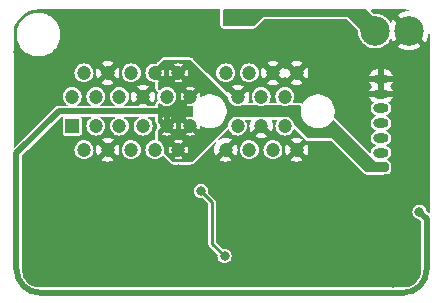
<source format=gbr>
%TF.GenerationSoftware,KiCad,Pcbnew,8.0.3*%
%TF.CreationDate,2024-06-23T17:04:56+02:00*%
%TF.ProjectId,Interface,496e7465-7266-4616-9365-2e6b69636164,rev?*%
%TF.SameCoordinates,Original*%
%TF.FileFunction,Copper,L2,Bot*%
%TF.FilePolarity,Positive*%
%FSLAX46Y46*%
G04 Gerber Fmt 4.6, Leading zero omitted, Abs format (unit mm)*
G04 Created by KiCad (PCBNEW 8.0.3) date 2024-06-23 17:04:56*
%MOMM*%
%LPD*%
G01*
G04 APERTURE LIST*
G04 Aperture macros list*
%AMRoundRect*
0 Rectangle with rounded corners*
0 $1 Rounding radius*
0 $2 $3 $4 $5 $6 $7 $8 $9 X,Y pos of 4 corners*
0 Add a 4 corners polygon primitive as box body*
4,1,4,$2,$3,$4,$5,$6,$7,$8,$9,$2,$3,0*
0 Add four circle primitives for the rounded corners*
1,1,$1+$1,$2,$3*
1,1,$1+$1,$4,$5*
1,1,$1+$1,$6,$7*
1,1,$1+$1,$8,$9*
0 Add four rect primitives between the rounded corners*
20,1,$1+$1,$2,$3,$4,$5,0*
20,1,$1+$1,$4,$5,$6,$7,0*
20,1,$1+$1,$6,$7,$8,$9,0*
20,1,$1+$1,$8,$9,$2,$3,0*%
G04 Aperture macros list end*
%TA.AperFunction,ComponentPad*%
%ADD10C,2.500000*%
%TD*%
%TA.AperFunction,ComponentPad*%
%ADD11R,1.200000X1.200000*%
%TD*%
%TA.AperFunction,ComponentPad*%
%ADD12C,1.200000*%
%TD*%
%TA.AperFunction,ComponentPad*%
%ADD13RoundRect,0.200000X0.450000X-0.200000X0.450000X0.200000X-0.450000X0.200000X-0.450000X-0.200000X0*%
%TD*%
%TA.AperFunction,ComponentPad*%
%ADD14O,1.300000X0.800000*%
%TD*%
%TA.AperFunction,ViaPad*%
%ADD15C,0.800000*%
%TD*%
%TA.AperFunction,ViaPad*%
%ADD16C,1.600000*%
%TD*%
%TA.AperFunction,Conductor*%
%ADD17C,0.250000*%
%TD*%
%TA.AperFunction,Conductor*%
%ADD18C,0.500000*%
%TD*%
G04 APERTURE END LIST*
D10*
%TO.P,TP2,1,1*%
%TO.N,GND*%
X133875000Y-77175000D03*
%TD*%
%TO.P,TP1,1,1*%
%TO.N,/12V*%
X131000000Y-77200000D03*
%TD*%
D11*
%TO.P,J2,A1,~{PRSNT1}*%
%TO.N,unconnected-(J2-~{PRSNT1}-PadA1)*%
X105350000Y-85250000D03*
D12*
%TO.P,J2,A2,+12V*%
%TO.N,/12V*%
X106350000Y-87250000D03*
%TO.P,J2,A3,+12V*%
X107350000Y-85250000D03*
%TO.P,J2,A4,GND*%
%TO.N,GND*%
X108350000Y-87250000D03*
%TO.P,J2,A5,JTAG2*%
%TO.N,unconnected-(J2-JTAG2-PadA5)*%
X109350000Y-85250000D03*
%TO.P,J2,A6,JTAG3*%
%TO.N,unconnected-(J2-JTAG3-PadA6)*%
X110350000Y-87250000D03*
%TO.P,J2,A7,JTAG4*%
%TO.N,unconnected-(J2-JTAG4-PadA7)*%
X111350000Y-85250000D03*
%TO.P,J2,A8,JTAG5*%
%TO.N,unconnected-(J2-JTAG5-PadA8)*%
X112350000Y-87250000D03*
%TO.P,J2,A9,+3.3V*%
%TO.N,/3V3*%
X113350000Y-85250000D03*
%TO.P,J2,A10,+3.3V*%
X114350000Y-87250000D03*
%TO.P,J2,A11,~{PERST}*%
X115350000Y-85250000D03*
%TO.P,J2,A12,GND*%
%TO.N,GND*%
X118350000Y-87250000D03*
%TO.P,J2,A13,REFCLK+*%
%TO.N,/Clk+*%
X119350000Y-85250000D03*
%TO.P,J2,A14,REFCLK-*%
%TO.N,/Clk-*%
X120350000Y-87250000D03*
%TO.P,J2,A15,GND*%
%TO.N,GND*%
X121350000Y-85250000D03*
%TO.P,J2,A16,PERp0*%
%TO.N,/Rx+*%
X122350000Y-87250000D03*
%TO.P,J2,A17,PERn0*%
%TO.N,/Rx-*%
X123350000Y-85250000D03*
%TO.P,J2,A18,GND*%
%TO.N,GND*%
X124350000Y-87250000D03*
%TO.P,J2,B1,+12V*%
%TO.N,/12V*%
X105350000Y-82750000D03*
%TO.P,J2,B2,+12V*%
X106350000Y-80750000D03*
%TO.P,J2,B3,+12V*%
X107350000Y-82750000D03*
%TO.P,J2,B4,GND*%
%TO.N,GND*%
X108350000Y-80750000D03*
%TO.P,J2,B5,SMCLK*%
%TO.N,unconnected-(J2-SMCLK-PadB5)*%
X109350000Y-82750000D03*
%TO.P,J2,B6,SMDAT*%
%TO.N,unconnected-(J2-SMDAT-PadB6)*%
X110350000Y-80750000D03*
%TO.P,J2,B7,GND*%
%TO.N,GND*%
X111350000Y-82750000D03*
%TO.P,J2,B8,+3.3V*%
%TO.N,/3V3*%
X112350000Y-80750000D03*
%TO.P,J2,B9,JTAG1*%
%TO.N,unconnected-(J2-JTAG1-PadB9)*%
X113350000Y-82750000D03*
%TO.P,J2,B10,3.3Vaux*%
%TO.N,/3V3*%
X114350000Y-80750000D03*
%TO.P,J2,B11,~{WAKE}*%
X115350000Y-82750000D03*
%TO.P,J2,B12,RSVD*%
%TO.N,unconnected-(J2-RSVD-PadB12)*%
X118350000Y-80750000D03*
%TO.P,J2,B13,GND*%
%TO.N,GND*%
X119350000Y-82750000D03*
%TO.P,J2,B14,PETp0*%
%TO.N,/Tx+*%
X120350000Y-80750000D03*
%TO.P,J2,B15,PETn0*%
%TO.N,/Tx-*%
X121350000Y-82750000D03*
%TO.P,J2,B16,GND*%
%TO.N,GND*%
X122350000Y-80750000D03*
%TO.P,J2,B17,~{PRSNT2}*%
%TO.N,unconnected-(J2-~{PRSNT2}-PadB17)*%
X123350000Y-82750000D03*
%TO.P,J2,B18,GND*%
%TO.N,GND*%
X124350000Y-80750000D03*
%TD*%
D13*
%TO.P,J1,1,Pin_1*%
%TO.N,/3V3*%
X131500000Y-88750000D03*
D14*
%TO.P,J1,2,Pin_2*%
%TO.N,/_Rx-*%
X131500000Y-87500000D03*
%TO.P,J1,3,Pin_3*%
%TO.N,/_Rx+*%
X131500000Y-86250000D03*
%TO.P,J1,4,Pin_4*%
%TO.N,/_Tx-*%
X131500000Y-85000000D03*
%TO.P,J1,5,Pin_5*%
%TO.N,/_Tx+*%
X131500000Y-83750000D03*
%TO.P,J1,6,Pin_6*%
%TO.N,GND*%
X131500000Y-82500000D03*
%TO.P,J1,7,Pin_7*%
X131500000Y-81250000D03*
%TD*%
D15*
%TO.N,GND*%
X103200000Y-86300000D03*
X101900000Y-85000000D03*
X112100000Y-79000000D03*
X114600000Y-79000000D03*
X117100000Y-79000000D03*
X104700000Y-76900000D03*
X103100000Y-79700000D03*
X101000000Y-85900000D03*
X132500000Y-98500000D03*
D16*
X116050000Y-93950000D03*
D15*
X100800000Y-79000000D03*
X116250000Y-97000000D03*
X125250000Y-98000000D03*
X104100000Y-79100000D03*
X104700000Y-78100000D03*
X103000000Y-88000000D03*
X118250000Y-91750000D03*
X101900000Y-79700000D03*
X119500000Y-98000000D03*
X103000000Y-96000000D03*
X113750000Y-91750000D03*
X106750000Y-97250000D03*
X119500000Y-88350000D03*
X102300000Y-87200000D03*
X104500000Y-96000000D03*
X104500000Y-88000000D03*
X111500000Y-97000000D03*
X104000000Y-75800000D03*
X113750000Y-96250000D03*
X110500000Y-92500000D03*
X134500000Y-96750000D03*
%TO.N,/VDDO_18*%
X118250000Y-96250000D03*
X116250000Y-90750000D03*
%TO.N,/3V3*%
X134750000Y-92500000D03*
%TO.N,/12V*%
X120000000Y-76100000D03*
X118900000Y-76100000D03*
%TD*%
D17*
%TO.N,/VDDO_18*%
X118250000Y-96250000D02*
X117200000Y-95200000D01*
X117200000Y-91700000D02*
X116250000Y-90750000D01*
X117200000Y-95200000D02*
X117200000Y-91700000D01*
D18*
%TO.N,/3V3*%
X113350000Y-84000000D02*
X113350000Y-85250000D01*
X133369000Y-99369000D02*
X102631000Y-99369000D01*
X104200000Y-84000000D02*
X113350000Y-84000000D01*
X100631000Y-87569000D02*
X104200000Y-84000000D01*
X134750000Y-92500000D02*
X135369000Y-93119000D01*
X135369000Y-93119000D02*
X135369000Y-97369000D01*
X100631000Y-97369000D02*
X100631000Y-87569000D01*
X102631000Y-99369000D02*
G75*
G02*
X100631000Y-97369000I0J2000000D01*
G01*
X133369000Y-99369000D02*
G75*
G03*
X135369000Y-97369000I0J2000000D01*
G01*
%TD*%
%TA.AperFunction,Conductor*%
%TO.N,/3V3*%
G36*
X115415677Y-79669685D02*
G01*
X115436319Y-79686319D01*
X118519395Y-82769395D01*
X118552880Y-82830718D01*
X118554934Y-82843192D01*
X118564630Y-82929249D01*
X118624210Y-83099521D01*
X118632747Y-83113107D01*
X118720184Y-83252262D01*
X118847738Y-83379816D01*
X119000478Y-83475789D01*
X119125926Y-83519685D01*
X119170745Y-83535368D01*
X119170750Y-83535369D01*
X119349996Y-83555565D01*
X119350000Y-83555565D01*
X119350004Y-83555565D01*
X119529249Y-83535369D01*
X119529252Y-83535368D01*
X119529255Y-83535368D01*
X119610446Y-83506957D01*
X119651401Y-83500000D01*
X121048599Y-83500000D01*
X121089554Y-83506958D01*
X121170745Y-83535368D01*
X121170750Y-83535369D01*
X121349996Y-83555565D01*
X121350000Y-83555565D01*
X121350004Y-83555565D01*
X121529249Y-83535369D01*
X121529252Y-83535368D01*
X121529255Y-83535368D01*
X121610446Y-83506957D01*
X121651401Y-83500000D01*
X123048599Y-83500000D01*
X123089554Y-83506958D01*
X123170745Y-83535368D01*
X123170750Y-83535369D01*
X123349996Y-83555565D01*
X123350000Y-83555565D01*
X123350004Y-83555565D01*
X123529249Y-83535369D01*
X123529252Y-83535368D01*
X123529255Y-83535368D01*
X123610446Y-83506957D01*
X123651401Y-83500000D01*
X124642928Y-83500000D01*
X124709967Y-83519685D01*
X124755722Y-83572489D01*
X124765666Y-83641647D01*
X124760859Y-83662317D01*
X124759601Y-83666186D01*
X124759600Y-83666193D01*
X124724500Y-83887805D01*
X124724500Y-84112194D01*
X124759599Y-84333805D01*
X124828938Y-84547206D01*
X124866123Y-84620184D01*
X124928111Y-84741842D01*
X124930805Y-84747128D01*
X125062683Y-84928644D01*
X125062687Y-84928649D01*
X125221350Y-85087312D01*
X125221355Y-85087316D01*
X125317001Y-85156806D01*
X125402875Y-85219197D01*
X125530264Y-85284105D01*
X125602793Y-85321061D01*
X125602795Y-85321061D01*
X125602798Y-85321063D01*
X125696766Y-85351595D01*
X125816194Y-85390400D01*
X126037806Y-85425500D01*
X126037811Y-85425500D01*
X126262194Y-85425500D01*
X126483805Y-85390400D01*
X126550541Y-85368716D01*
X126697202Y-85321063D01*
X126897125Y-85219197D01*
X127078651Y-85087311D01*
X127237311Y-84928651D01*
X127337693Y-84790486D01*
X127393021Y-84747821D01*
X127462634Y-84741842D01*
X127524429Y-84774447D01*
X127525691Y-84775691D01*
X131100000Y-88350000D01*
X131726000Y-88350000D01*
X131793039Y-88369685D01*
X131838794Y-88422489D01*
X131850000Y-88474000D01*
X131850000Y-89026000D01*
X131830315Y-89093039D01*
X131777511Y-89138794D01*
X131726000Y-89150000D01*
X130251362Y-89150000D01*
X130184323Y-89130315D01*
X130163681Y-89113681D01*
X127350000Y-86300000D01*
X125351362Y-86300000D01*
X125284323Y-86280315D01*
X125263681Y-86263681D01*
X124174254Y-85174254D01*
X124140769Y-85112931D01*
X124138717Y-85100473D01*
X124135368Y-85070745D01*
X124075789Y-84900478D01*
X123979816Y-84747738D01*
X123852262Y-84620184D01*
X123699523Y-84524211D01*
X123529254Y-84464631D01*
X123529249Y-84464630D01*
X123350004Y-84444435D01*
X123349996Y-84444435D01*
X123170750Y-84464630D01*
X123170745Y-84464631D01*
X123089554Y-84493042D01*
X123048599Y-84500000D01*
X121651401Y-84500000D01*
X121610446Y-84493042D01*
X121529254Y-84464631D01*
X121529249Y-84464630D01*
X121350004Y-84444435D01*
X121349996Y-84444435D01*
X121170750Y-84464630D01*
X121170745Y-84464631D01*
X121089554Y-84493042D01*
X121048599Y-84500000D01*
X119651401Y-84500000D01*
X119610446Y-84493042D01*
X119529254Y-84464631D01*
X119529249Y-84464630D01*
X119350004Y-84444435D01*
X119349996Y-84444435D01*
X119170750Y-84464630D01*
X119170745Y-84464631D01*
X119000476Y-84524211D01*
X118847737Y-84620184D01*
X118720184Y-84747737D01*
X118624210Y-84900478D01*
X118564630Y-85070750D01*
X118554934Y-85156806D01*
X118527867Y-85221220D01*
X118519395Y-85230603D01*
X115486319Y-88263681D01*
X115424996Y-88297166D01*
X115398638Y-88300000D01*
X114384140Y-88300000D01*
X114352368Y-88290670D01*
X114337254Y-88298140D01*
X114315860Y-88300000D01*
X113951362Y-88300000D01*
X113884323Y-88280315D01*
X113863681Y-88263681D01*
X113162955Y-87562955D01*
X113129470Y-87501632D01*
X113133597Y-87434314D01*
X113135368Y-87429255D01*
X113139256Y-87394745D01*
X113155565Y-87250003D01*
X113155565Y-87249997D01*
X113544938Y-87249997D01*
X113544938Y-87250002D01*
X113565121Y-87429138D01*
X113624665Y-87599304D01*
X113633338Y-87613107D01*
X113975000Y-87271445D01*
X113975000Y-87299370D01*
X114000556Y-87394745D01*
X114049925Y-87480255D01*
X114119745Y-87550075D01*
X114205255Y-87599444D01*
X114300630Y-87625000D01*
X114328553Y-87625000D01*
X113986892Y-87966660D01*
X113986892Y-87966661D01*
X114000692Y-87975333D01*
X114000691Y-87975333D01*
X114170861Y-88034878D01*
X114329744Y-88052780D01*
X114345503Y-88059402D01*
X114349205Y-88057023D01*
X114370256Y-88052780D01*
X114529138Y-88034878D01*
X114529141Y-88034877D01*
X114699305Y-87975334D01*
X114699306Y-87975334D01*
X114713106Y-87966661D01*
X114713106Y-87966660D01*
X114371448Y-87625000D01*
X114399370Y-87625000D01*
X114494745Y-87599444D01*
X114580255Y-87550075D01*
X114650075Y-87480255D01*
X114699444Y-87394745D01*
X114725000Y-87299370D01*
X114725000Y-87271446D01*
X115066660Y-87613106D01*
X115066661Y-87613106D01*
X115075334Y-87599306D01*
X115075334Y-87599305D01*
X115134877Y-87429141D01*
X115134878Y-87429138D01*
X115155062Y-87250002D01*
X115155062Y-87249997D01*
X115134878Y-87070861D01*
X115075333Y-86900692D01*
X115066661Y-86886892D01*
X115066660Y-86886892D01*
X114725000Y-87228552D01*
X114725000Y-87200630D01*
X114699444Y-87105255D01*
X114650075Y-87019745D01*
X114580255Y-86949925D01*
X114494745Y-86900556D01*
X114399370Y-86875000D01*
X114371447Y-86875000D01*
X114713107Y-86533338D01*
X114699304Y-86524665D01*
X114529138Y-86465121D01*
X114350003Y-86444938D01*
X114349997Y-86444938D01*
X114170861Y-86465121D01*
X114170858Y-86465122D01*
X114000701Y-86524662D01*
X114000691Y-86524667D01*
X113986891Y-86533337D01*
X113986891Y-86533338D01*
X114328554Y-86875000D01*
X114300630Y-86875000D01*
X114205255Y-86900556D01*
X114119745Y-86949925D01*
X114049925Y-87019745D01*
X114000556Y-87105255D01*
X113975000Y-87200630D01*
X113975000Y-87228553D01*
X113633338Y-86886891D01*
X113633337Y-86886891D01*
X113624667Y-86900691D01*
X113624662Y-86900701D01*
X113565122Y-87070858D01*
X113565121Y-87070861D01*
X113544938Y-87249997D01*
X113155565Y-87249997D01*
X113155565Y-87249996D01*
X113135369Y-87070750D01*
X113135368Y-87070745D01*
X113075864Y-86900692D01*
X113075789Y-86900478D01*
X113075174Y-86899500D01*
X112979815Y-86747737D01*
X112852262Y-86620184D01*
X112699524Y-86524212D01*
X112699525Y-86524212D01*
X112696803Y-86523259D01*
X112683042Y-86518444D01*
X112626268Y-86477722D01*
X112600522Y-86412769D01*
X112600000Y-86401404D01*
X112600000Y-85697808D01*
X112619685Y-85630769D01*
X112636319Y-85610127D01*
X112975000Y-85271446D01*
X112975000Y-85299370D01*
X113000556Y-85394745D01*
X113049925Y-85480255D01*
X113119745Y-85550075D01*
X113205255Y-85599444D01*
X113300630Y-85625000D01*
X113328553Y-85625000D01*
X112986892Y-85966660D01*
X112986892Y-85966661D01*
X113000692Y-85975333D01*
X113000691Y-85975333D01*
X113170861Y-86034878D01*
X113349997Y-86055062D01*
X113350003Y-86055062D01*
X113529138Y-86034878D01*
X113529141Y-86034877D01*
X113699305Y-85975334D01*
X113699306Y-85975334D01*
X113713106Y-85966661D01*
X113713106Y-85966660D01*
X113371448Y-85625000D01*
X113399370Y-85625000D01*
X113494745Y-85599444D01*
X113580255Y-85550075D01*
X113650075Y-85480255D01*
X113699444Y-85394745D01*
X113725000Y-85299370D01*
X113725000Y-85271446D01*
X114066660Y-85613106D01*
X114066661Y-85613106D01*
X114075334Y-85599306D01*
X114075334Y-85599305D01*
X114134877Y-85429141D01*
X114134878Y-85429138D01*
X114155062Y-85250002D01*
X114155062Y-85249997D01*
X114134878Y-85070861D01*
X114075333Y-84900692D01*
X114066661Y-84886892D01*
X114066660Y-84886892D01*
X113725000Y-85228552D01*
X113725000Y-85200630D01*
X113699444Y-85105255D01*
X113650075Y-85019745D01*
X113580255Y-84949925D01*
X113494745Y-84900556D01*
X113399370Y-84875000D01*
X113371447Y-84875000D01*
X113713107Y-84533338D01*
X113699304Y-84524665D01*
X113529138Y-84465121D01*
X113350003Y-84444938D01*
X113349997Y-84444938D01*
X113170861Y-84465121D01*
X113170858Y-84465122D01*
X113000701Y-84524662D01*
X113000691Y-84524667D01*
X112986891Y-84533337D01*
X112986891Y-84533338D01*
X113328554Y-84875000D01*
X113300630Y-84875000D01*
X113205255Y-84900556D01*
X113119745Y-84949925D01*
X113049925Y-85019745D01*
X113000556Y-85105255D01*
X112975000Y-85200630D01*
X112975000Y-85228553D01*
X112636319Y-84889872D01*
X112602834Y-84828549D01*
X112600000Y-84802191D01*
X112600000Y-83431440D01*
X112619685Y-83364401D01*
X112672489Y-83318646D01*
X112741647Y-83308702D01*
X112805203Y-83337727D01*
X112811681Y-83343759D01*
X112847738Y-83379816D01*
X113000478Y-83475789D01*
X113125926Y-83519685D01*
X113170745Y-83535368D01*
X113170750Y-83535369D01*
X113349996Y-83555565D01*
X113350000Y-83555565D01*
X113350004Y-83555565D01*
X113529249Y-83535369D01*
X113529252Y-83535368D01*
X113529255Y-83535368D01*
X113699522Y-83475789D01*
X113852262Y-83379816D01*
X113979816Y-83252262D01*
X114075789Y-83099522D01*
X114135368Y-82929255D01*
X114135369Y-82929249D01*
X114155565Y-82750003D01*
X114155565Y-82749997D01*
X114544938Y-82749997D01*
X114544938Y-82750002D01*
X114565121Y-82929138D01*
X114624665Y-83099304D01*
X114633338Y-83113107D01*
X114975000Y-82771445D01*
X114975000Y-82799370D01*
X115000556Y-82894745D01*
X115049925Y-82980255D01*
X115119745Y-83050075D01*
X115205255Y-83099444D01*
X115300630Y-83125000D01*
X115328552Y-83125000D01*
X114986892Y-83466660D01*
X114986892Y-83466661D01*
X115000692Y-83475333D01*
X115000691Y-83475333D01*
X115170861Y-83534878D01*
X115349997Y-83555062D01*
X115350001Y-83555062D01*
X115470403Y-83541495D01*
X115539225Y-83553549D01*
X115590605Y-83600898D01*
X115608230Y-83668508D01*
X115606761Y-83684112D01*
X115574500Y-83887804D01*
X115574500Y-84112194D01*
X115606761Y-84315886D01*
X115597806Y-84385180D01*
X115552810Y-84438632D01*
X115486058Y-84459271D01*
X115470404Y-84458504D01*
X115350003Y-84444938D01*
X115349997Y-84444938D01*
X115170861Y-84465121D01*
X115170858Y-84465122D01*
X115000701Y-84524662D01*
X115000691Y-84524667D01*
X114986891Y-84533337D01*
X114986891Y-84533338D01*
X115328553Y-84875000D01*
X115300630Y-84875000D01*
X115205255Y-84900556D01*
X115119745Y-84949925D01*
X115049925Y-85019745D01*
X115000556Y-85105255D01*
X114975000Y-85200630D01*
X114975000Y-85228553D01*
X114633338Y-84886891D01*
X114633337Y-84886891D01*
X114624667Y-84900691D01*
X114624662Y-84900701D01*
X114565122Y-85070858D01*
X114565121Y-85070861D01*
X114544938Y-85249997D01*
X114544938Y-85250002D01*
X114565121Y-85429138D01*
X114624665Y-85599304D01*
X114633338Y-85613107D01*
X114975000Y-85271445D01*
X114975000Y-85299370D01*
X115000556Y-85394745D01*
X115049925Y-85480255D01*
X115119745Y-85550075D01*
X115205255Y-85599444D01*
X115300630Y-85625000D01*
X115328553Y-85625000D01*
X114986892Y-85966660D01*
X114986892Y-85966661D01*
X115000692Y-85975333D01*
X115000691Y-85975333D01*
X115170861Y-86034878D01*
X115349997Y-86055062D01*
X115350003Y-86055062D01*
X115529138Y-86034878D01*
X115529141Y-86034877D01*
X115699305Y-85975334D01*
X115699306Y-85975334D01*
X115713106Y-85966661D01*
X115713106Y-85966660D01*
X115371448Y-85625000D01*
X115399370Y-85625000D01*
X115494745Y-85599444D01*
X115580255Y-85550075D01*
X115650075Y-85480255D01*
X115699444Y-85394745D01*
X115725000Y-85299370D01*
X115725000Y-85271446D01*
X116066660Y-85613106D01*
X116066661Y-85613106D01*
X116075334Y-85599306D01*
X116075334Y-85599305D01*
X116134877Y-85429141D01*
X116134878Y-85429137D01*
X116143615Y-85351595D01*
X116170681Y-85287181D01*
X116228276Y-85247626D01*
X116298113Y-85245488D01*
X116323130Y-85254994D01*
X116452788Y-85321059D01*
X116452793Y-85321060D01*
X116452798Y-85321063D01*
X116599459Y-85368716D01*
X116666194Y-85390400D01*
X116887806Y-85425500D01*
X116887811Y-85425500D01*
X117112194Y-85425500D01*
X117333805Y-85390400D01*
X117400541Y-85368716D01*
X117547202Y-85321063D01*
X117747125Y-85219197D01*
X117928651Y-85087311D01*
X118087311Y-84928651D01*
X118219197Y-84747125D01*
X118321063Y-84547202D01*
X118390400Y-84333805D01*
X118394237Y-84309577D01*
X118425500Y-84112194D01*
X118425500Y-83887805D01*
X118390400Y-83666194D01*
X118342796Y-83519685D01*
X118321063Y-83452798D01*
X118321061Y-83452795D01*
X118321061Y-83452793D01*
X118247642Y-83308702D01*
X118219197Y-83252875D01*
X118117650Y-83113107D01*
X118087316Y-83071355D01*
X118087312Y-83071350D01*
X117928649Y-82912687D01*
X117928644Y-82912683D01*
X117747128Y-82780805D01*
X117747127Y-82780804D01*
X117747125Y-82780803D01*
X117650610Y-82731626D01*
X117547206Y-82678938D01*
X117333805Y-82609599D01*
X117112194Y-82574500D01*
X117112189Y-82574500D01*
X116887811Y-82574500D01*
X116887806Y-82574500D01*
X116666194Y-82609599D01*
X116452793Y-82678938D01*
X116323130Y-82745006D01*
X116254461Y-82757902D01*
X116189720Y-82731626D01*
X116149463Y-82674519D01*
X116143615Y-82648404D01*
X116134878Y-82570862D01*
X116134878Y-82570861D01*
X116075333Y-82400692D01*
X116066661Y-82386892D01*
X116066660Y-82386892D01*
X115725000Y-82728552D01*
X115725000Y-82700630D01*
X115699444Y-82605255D01*
X115650075Y-82519745D01*
X115580255Y-82449925D01*
X115494745Y-82400556D01*
X115399370Y-82375000D01*
X115371447Y-82375000D01*
X115713107Y-82033338D01*
X115699304Y-82024665D01*
X115529138Y-81965121D01*
X115350003Y-81944938D01*
X115349997Y-81944938D01*
X115170861Y-81965121D01*
X115170858Y-81965122D01*
X115000701Y-82024662D01*
X115000691Y-82024667D01*
X114986891Y-82033337D01*
X114986891Y-82033338D01*
X115328554Y-82375000D01*
X115300630Y-82375000D01*
X115205255Y-82400556D01*
X115119745Y-82449925D01*
X115049925Y-82519745D01*
X115000556Y-82605255D01*
X114975000Y-82700630D01*
X114975000Y-82728553D01*
X114633338Y-82386891D01*
X114633337Y-82386891D01*
X114624667Y-82400691D01*
X114624662Y-82400701D01*
X114565122Y-82570858D01*
X114565121Y-82570861D01*
X114544938Y-82749997D01*
X114155565Y-82749997D01*
X114155565Y-82749996D01*
X114135369Y-82570750D01*
X114135368Y-82570745D01*
X114075864Y-82400692D01*
X114075789Y-82400478D01*
X114067252Y-82386892D01*
X113979815Y-82247737D01*
X113852262Y-82120184D01*
X113699523Y-82024211D01*
X113529254Y-81964631D01*
X113529249Y-81964630D01*
X113350004Y-81944435D01*
X113349996Y-81944435D01*
X113170750Y-81964630D01*
X113170745Y-81964631D01*
X113000476Y-82024211D01*
X112847737Y-82120184D01*
X112811681Y-82156241D01*
X112750358Y-82189726D01*
X112680666Y-82184742D01*
X112624733Y-82142870D01*
X112600316Y-82077406D01*
X112600000Y-82068560D01*
X112600000Y-81598066D01*
X112619685Y-81531027D01*
X112672489Y-81485272D01*
X112683047Y-81481024D01*
X112699303Y-81475335D01*
X112699306Y-81475334D01*
X112713106Y-81466661D01*
X112713106Y-81466660D01*
X112371446Y-81125000D01*
X112399370Y-81125000D01*
X112494745Y-81099444D01*
X112580255Y-81050075D01*
X112650075Y-80980255D01*
X112699444Y-80894745D01*
X112725000Y-80799370D01*
X112725000Y-80771446D01*
X113066660Y-81113106D01*
X113066661Y-81113106D01*
X113075334Y-81099306D01*
X113075334Y-81099305D01*
X113134877Y-80929141D01*
X113134878Y-80929138D01*
X113155062Y-80750002D01*
X113155062Y-80749997D01*
X113544938Y-80749997D01*
X113544938Y-80750002D01*
X113565121Y-80929138D01*
X113624665Y-81099304D01*
X113633338Y-81113107D01*
X113975000Y-80771445D01*
X113975000Y-80799370D01*
X114000556Y-80894745D01*
X114049925Y-80980255D01*
X114119745Y-81050075D01*
X114205255Y-81099444D01*
X114300630Y-81125000D01*
X114328553Y-81125000D01*
X113986892Y-81466660D01*
X113986892Y-81466661D01*
X114000692Y-81475333D01*
X114000691Y-81475333D01*
X114170861Y-81534878D01*
X114349997Y-81555062D01*
X114350003Y-81555062D01*
X114529138Y-81534878D01*
X114529141Y-81534877D01*
X114699305Y-81475334D01*
X114699306Y-81475334D01*
X114713106Y-81466661D01*
X114713106Y-81466660D01*
X114371448Y-81125000D01*
X114399370Y-81125000D01*
X114494745Y-81099444D01*
X114580255Y-81050075D01*
X114650075Y-80980255D01*
X114699444Y-80894745D01*
X114725000Y-80799370D01*
X114725000Y-80771446D01*
X115066660Y-81113106D01*
X115066661Y-81113106D01*
X115075334Y-81099306D01*
X115075334Y-81099305D01*
X115134877Y-80929141D01*
X115134878Y-80929138D01*
X115155062Y-80750002D01*
X115155062Y-80749997D01*
X115134878Y-80570861D01*
X115075333Y-80400692D01*
X115066661Y-80386892D01*
X115066660Y-80386892D01*
X114725000Y-80728552D01*
X114725000Y-80700630D01*
X114699444Y-80605255D01*
X114650075Y-80519745D01*
X114580255Y-80449925D01*
X114494745Y-80400556D01*
X114399370Y-80375000D01*
X114371447Y-80375000D01*
X114713107Y-80033338D01*
X114699304Y-80024665D01*
X114529138Y-79965121D01*
X114350003Y-79944938D01*
X114349997Y-79944938D01*
X114170861Y-79965121D01*
X114170858Y-79965122D01*
X114000701Y-80024662D01*
X114000691Y-80024667D01*
X113986891Y-80033337D01*
X113986891Y-80033338D01*
X114328554Y-80375000D01*
X114300630Y-80375000D01*
X114205255Y-80400556D01*
X114119745Y-80449925D01*
X114049925Y-80519745D01*
X114000556Y-80605255D01*
X113975000Y-80700630D01*
X113975000Y-80728553D01*
X113633338Y-80386891D01*
X113633337Y-80386891D01*
X113624667Y-80400691D01*
X113624662Y-80400701D01*
X113565122Y-80570858D01*
X113565121Y-80570861D01*
X113544938Y-80749997D01*
X113155062Y-80749997D01*
X113134878Y-80570861D01*
X113075333Y-80400692D01*
X113066661Y-80386892D01*
X113066660Y-80386892D01*
X112725000Y-80728552D01*
X112725000Y-80700630D01*
X112699444Y-80605255D01*
X112650075Y-80519745D01*
X112580255Y-80449925D01*
X112494745Y-80400556D01*
X112399370Y-80375000D01*
X112371447Y-80375000D01*
X112719246Y-80027198D01*
X112727143Y-79982115D01*
X112750620Y-79949379D01*
X113013683Y-79686316D01*
X113075004Y-79652834D01*
X113101362Y-79650000D01*
X115348638Y-79650000D01*
X115415677Y-79669685D01*
G37*
%TD.AperFunction*%
%TD*%
%TA.AperFunction,Conductor*%
%TO.N,/12V*%
G36*
X130299513Y-75399513D02*
G01*
X132156513Y-77256513D01*
X132174526Y-77300000D01*
X132156513Y-77343487D01*
X131143487Y-78356513D01*
X131100000Y-78374526D01*
X131056513Y-78356513D01*
X128700000Y-76000000D01*
X121500000Y-76000000D01*
X120718013Y-76781987D01*
X120674526Y-76800000D01*
X118161500Y-76800000D01*
X118118013Y-76781987D01*
X118100000Y-76738500D01*
X118100000Y-75443000D01*
X118118013Y-75399513D01*
X118161500Y-75381500D01*
X130256026Y-75381500D01*
X130299513Y-75399513D01*
G37*
%TD.AperFunction*%
%TD*%
%TA.AperFunction,Conductor*%
%TO.N,GND*%
G36*
X117876487Y-75399513D02*
G01*
X117894500Y-75443000D01*
X117894500Y-76738503D01*
X117910141Y-76817135D01*
X117910146Y-76817152D01*
X117928152Y-76860623D01*
X117928153Y-76860624D01*
X117964782Y-76918920D01*
X118039372Y-76971845D01*
X118082847Y-76989853D01*
X118082851Y-76989854D01*
X118082858Y-76989857D01*
X118161496Y-77005499D01*
X118161497Y-77005500D01*
X118161500Y-77005500D01*
X120674529Y-77005500D01*
X120674529Y-77005499D01*
X120753168Y-76989857D01*
X120796655Y-76971844D01*
X120863323Y-76927297D01*
X121567107Y-76223513D01*
X121610594Y-76205500D01*
X128589406Y-76205500D01*
X128632893Y-76223513D01*
X129529334Y-77119954D01*
X129547347Y-77163441D01*
X129547137Y-77168518D01*
X129544529Y-77199999D01*
X129564379Y-77439561D01*
X129564381Y-77439570D01*
X129623388Y-77672585D01*
X129623391Y-77672595D01*
X129700265Y-77847849D01*
X129719951Y-77892728D01*
X129851429Y-78093969D01*
X130014236Y-78270825D01*
X130014238Y-78270826D01*
X130014238Y-78270827D01*
X130077688Y-78320212D01*
X130203933Y-78418472D01*
X130415344Y-78532882D01*
X130642703Y-78610934D01*
X130642706Y-78610935D01*
X130879806Y-78650500D01*
X130879808Y-78650500D01*
X131120193Y-78650500D01*
X131357293Y-78610935D01*
X131357294Y-78610934D01*
X131357297Y-78610934D01*
X131584656Y-78532882D01*
X131796067Y-78418472D01*
X131985764Y-78270825D01*
X132148571Y-78093969D01*
X132280049Y-77892728D01*
X132280051Y-77892722D01*
X132281380Y-77890689D01*
X132320245Y-77864135D01*
X132366503Y-77872840D01*
X132389684Y-77900790D01*
X132400292Y-77926399D01*
X132400293Y-77926401D01*
X132535991Y-78147840D01*
X132535995Y-78147846D01*
X132541801Y-78154644D01*
X133310387Y-77386059D01*
X133315889Y-77406591D01*
X133394881Y-77543408D01*
X133506592Y-77655119D01*
X133643409Y-77734111D01*
X133663940Y-77739612D01*
X132895354Y-78508197D01*
X132895354Y-78508198D01*
X132902153Y-78514004D01*
X133123596Y-78649705D01*
X133363545Y-78749095D01*
X133363549Y-78749097D01*
X133616086Y-78809725D01*
X133616093Y-78809726D01*
X133874995Y-78830102D01*
X133875005Y-78830102D01*
X134133906Y-78809726D01*
X134133913Y-78809725D01*
X134386450Y-78749097D01*
X134386454Y-78749095D01*
X134626403Y-78649705D01*
X134847842Y-78514008D01*
X134847845Y-78514005D01*
X134854644Y-78508198D01*
X134854644Y-78508197D01*
X134086059Y-77739612D01*
X134106591Y-77734111D01*
X134243408Y-77655119D01*
X134355119Y-77543408D01*
X134434111Y-77406591D01*
X134439612Y-77386059D01*
X135208197Y-78154644D01*
X135208198Y-78154644D01*
X135214005Y-78147845D01*
X135214008Y-78147842D01*
X135349705Y-77926403D01*
X135449095Y-77686454D01*
X135449097Y-77686450D01*
X135497118Y-77486424D01*
X135524785Y-77448344D01*
X135571276Y-77440980D01*
X135609356Y-77468647D01*
X135618285Y-77496730D01*
X135618366Y-77497957D01*
X135618500Y-77502008D01*
X135618500Y-92582923D01*
X135600487Y-92626410D01*
X135557000Y-92644423D01*
X135513513Y-92626410D01*
X135365680Y-92478577D01*
X135348193Y-92443117D01*
X135335044Y-92343238D01*
X135274536Y-92197159D01*
X135178282Y-92071718D01*
X135052841Y-91975464D01*
X134906762Y-91914956D01*
X134906759Y-91914955D01*
X134906757Y-91914955D01*
X134750000Y-91894318D01*
X134593242Y-91914955D01*
X134593238Y-91914956D01*
X134447159Y-91975464D01*
X134447155Y-91975466D01*
X134321718Y-92071718D01*
X134225466Y-92197155D01*
X134225464Y-92197159D01*
X134164956Y-92343238D01*
X134164955Y-92343242D01*
X134144318Y-92500000D01*
X134163331Y-92644423D01*
X134164956Y-92656762D01*
X134225464Y-92802841D01*
X134321718Y-92928282D01*
X134447159Y-93024536D01*
X134593238Y-93085044D01*
X134693117Y-93098193D01*
X134728577Y-93115680D01*
X134900487Y-93287590D01*
X134918500Y-93331077D01*
X134918500Y-97366808D01*
X134918343Y-97371196D01*
X134903042Y-97585124D01*
X134901794Y-97593809D01*
X134856667Y-97801253D01*
X134854194Y-97809672D01*
X134780012Y-98008563D01*
X134776367Y-98016545D01*
X134674628Y-98202865D01*
X134669884Y-98210246D01*
X134542672Y-98380182D01*
X134536926Y-98386814D01*
X134386814Y-98536926D01*
X134380182Y-98542672D01*
X134210246Y-98669884D01*
X134202865Y-98674628D01*
X134016545Y-98776367D01*
X134008563Y-98780012D01*
X133809672Y-98854194D01*
X133801253Y-98856667D01*
X133593809Y-98901794D01*
X133585124Y-98903042D01*
X133423181Y-98914624D01*
X133371194Y-98918343D01*
X133366808Y-98918500D01*
X102633192Y-98918500D01*
X102628805Y-98918343D01*
X102557494Y-98913242D01*
X102414875Y-98903042D01*
X102406190Y-98901794D01*
X102198746Y-98856667D01*
X102190327Y-98854194D01*
X101991436Y-98780012D01*
X101983454Y-98776367D01*
X101797134Y-98674628D01*
X101789753Y-98669884D01*
X101619817Y-98542672D01*
X101613185Y-98536926D01*
X101463073Y-98386814D01*
X101457327Y-98380182D01*
X101330115Y-98210246D01*
X101325371Y-98202865D01*
X101223632Y-98016545D01*
X101219987Y-98008563D01*
X101145805Y-97809672D01*
X101143332Y-97801253D01*
X101098203Y-97593799D01*
X101096958Y-97585133D01*
X101081657Y-97371195D01*
X101081500Y-97366808D01*
X101081500Y-90750000D01*
X115644318Y-90750000D01*
X115664956Y-90906762D01*
X115725464Y-91052841D01*
X115821718Y-91178282D01*
X115947159Y-91274536D01*
X116093238Y-91335044D01*
X116250000Y-91355682D01*
X116348376Y-91342729D01*
X116393840Y-91354911D01*
X116399889Y-91360216D01*
X116856487Y-91816814D01*
X116874500Y-91860301D01*
X116874500Y-95242856D01*
X116896679Y-95325632D01*
X116896684Y-95325644D01*
X116939530Y-95399855D01*
X116939533Y-95399859D01*
X116939535Y-95399862D01*
X116939538Y-95399865D01*
X117639782Y-96100109D01*
X117657795Y-96143596D01*
X117657269Y-96151623D01*
X117644318Y-96250000D01*
X117664956Y-96406762D01*
X117725464Y-96552841D01*
X117821718Y-96678282D01*
X117947159Y-96774536D01*
X118093238Y-96835044D01*
X118250000Y-96855682D01*
X118406762Y-96835044D01*
X118552841Y-96774536D01*
X118678282Y-96678282D01*
X118774536Y-96552841D01*
X118835044Y-96406762D01*
X118855682Y-96250000D01*
X118835044Y-96093238D01*
X118774536Y-95947159D01*
X118678282Y-95821718D01*
X118552841Y-95725464D01*
X118406762Y-95664956D01*
X118406759Y-95664955D01*
X118406757Y-95664955D01*
X118293593Y-95650057D01*
X118250000Y-95644318D01*
X118249999Y-95644318D01*
X118151623Y-95657269D01*
X118106157Y-95645086D01*
X118100109Y-95639782D01*
X117543513Y-95083186D01*
X117525500Y-95039699D01*
X117525500Y-91657144D01*
X117505414Y-91582185D01*
X117505412Y-91582177D01*
X117503318Y-91574361D01*
X117460469Y-91500144D01*
X117460467Y-91500141D01*
X117460465Y-91500138D01*
X116860216Y-90899889D01*
X116842203Y-90856402D01*
X116842727Y-90848389D01*
X116855682Y-90750000D01*
X116835044Y-90593238D01*
X116774536Y-90447159D01*
X116678282Y-90321718D01*
X116552841Y-90225464D01*
X116406762Y-90164956D01*
X116406759Y-90164955D01*
X116406757Y-90164955D01*
X116250000Y-90144318D01*
X116093242Y-90164955D01*
X116093238Y-90164956D01*
X115947159Y-90225464D01*
X115947155Y-90225466D01*
X115821718Y-90321718D01*
X115725466Y-90447155D01*
X115725464Y-90447159D01*
X115664956Y-90593238D01*
X115644318Y-90750000D01*
X101081500Y-90750000D01*
X101081500Y-87781077D01*
X101099513Y-87737590D01*
X101587106Y-87249997D01*
X105544435Y-87249997D01*
X105544435Y-87250002D01*
X105564631Y-87429253D01*
X105624210Y-87599519D01*
X105624215Y-87599530D01*
X105720182Y-87752259D01*
X105720184Y-87752262D01*
X105847737Y-87879815D01*
X105847740Y-87879817D01*
X106000469Y-87975784D01*
X106000472Y-87975785D01*
X106000478Y-87975789D01*
X106170745Y-88035368D01*
X106215558Y-88040417D01*
X106349997Y-88055565D01*
X106350000Y-88055565D01*
X106350003Y-88055565D01*
X106458519Y-88043338D01*
X106529255Y-88035368D01*
X106699522Y-87975789D01*
X106852262Y-87879816D01*
X106979816Y-87752262D01*
X107075789Y-87599522D01*
X107135368Y-87429255D01*
X107155565Y-87250000D01*
X107345161Y-87250000D01*
X107364468Y-87446033D01*
X107421648Y-87634531D01*
X107487923Y-87758522D01*
X107975000Y-87271445D01*
X107975000Y-87299370D01*
X108000556Y-87394745D01*
X108049925Y-87480255D01*
X108119745Y-87550075D01*
X108205255Y-87599444D01*
X108300630Y-87625000D01*
X108328553Y-87625000D01*
X107841475Y-88112075D01*
X107965468Y-88178351D01*
X108153966Y-88235531D01*
X108350000Y-88254838D01*
X108546033Y-88235531D01*
X108734532Y-88178350D01*
X108734534Y-88178350D01*
X108858523Y-88112075D01*
X108371447Y-87625000D01*
X108399370Y-87625000D01*
X108494745Y-87599444D01*
X108580255Y-87550075D01*
X108650075Y-87480255D01*
X108699444Y-87394745D01*
X108725000Y-87299370D01*
X108725000Y-87271447D01*
X109212075Y-87758523D01*
X109278350Y-87634534D01*
X109278350Y-87634532D01*
X109335531Y-87446033D01*
X109354838Y-87250000D01*
X109354838Y-87249997D01*
X109544435Y-87249997D01*
X109544435Y-87250002D01*
X109564631Y-87429253D01*
X109624210Y-87599519D01*
X109624215Y-87599530D01*
X109720182Y-87752259D01*
X109720184Y-87752262D01*
X109847737Y-87879815D01*
X109847740Y-87879817D01*
X110000469Y-87975784D01*
X110000472Y-87975785D01*
X110000478Y-87975789D01*
X110170745Y-88035368D01*
X110215558Y-88040417D01*
X110349997Y-88055565D01*
X110350000Y-88055565D01*
X110350003Y-88055565D01*
X110458519Y-88043338D01*
X110529255Y-88035368D01*
X110699522Y-87975789D01*
X110852262Y-87879816D01*
X110979816Y-87752262D01*
X111075789Y-87599522D01*
X111135368Y-87429255D01*
X111155565Y-87250000D01*
X111150002Y-87200630D01*
X111135368Y-87070746D01*
X111135368Y-87070745D01*
X111075789Y-86900478D01*
X111075785Y-86900472D01*
X111075784Y-86900469D01*
X110979817Y-86747740D01*
X110979815Y-86747737D01*
X110852262Y-86620184D01*
X110852259Y-86620182D01*
X110699530Y-86524215D01*
X110699524Y-86524212D01*
X110699522Y-86524211D01*
X110578270Y-86481783D01*
X110529253Y-86464631D01*
X110350003Y-86444435D01*
X110349997Y-86444435D01*
X110170746Y-86464631D01*
X110000480Y-86524210D01*
X110000469Y-86524215D01*
X109847740Y-86620182D01*
X109847737Y-86620184D01*
X109720184Y-86747737D01*
X109720182Y-86747740D01*
X109624215Y-86900469D01*
X109624210Y-86900480D01*
X109564631Y-87070746D01*
X109544435Y-87249997D01*
X109354838Y-87249997D01*
X109335531Y-87053966D01*
X109278351Y-86865468D01*
X109212075Y-86741475D01*
X108725000Y-87228551D01*
X108725000Y-87200630D01*
X108699444Y-87105255D01*
X108650075Y-87019745D01*
X108580255Y-86949925D01*
X108494745Y-86900556D01*
X108399370Y-86875000D01*
X108371445Y-86875000D01*
X108858522Y-86387923D01*
X108734531Y-86321648D01*
X108546033Y-86264468D01*
X108350000Y-86245161D01*
X108153966Y-86264468D01*
X107965465Y-86321649D01*
X107841475Y-86387922D01*
X108328553Y-86875000D01*
X108300630Y-86875000D01*
X108205255Y-86900556D01*
X108119745Y-86949925D01*
X108049925Y-87019745D01*
X108000556Y-87105255D01*
X107975000Y-87200630D01*
X107975000Y-87228553D01*
X107487922Y-86741475D01*
X107421649Y-86865465D01*
X107364468Y-87053966D01*
X107345161Y-87250000D01*
X107155565Y-87250000D01*
X107150002Y-87200630D01*
X107135368Y-87070746D01*
X107135368Y-87070745D01*
X107075789Y-86900478D01*
X107075785Y-86900472D01*
X107075784Y-86900469D01*
X106979817Y-86747740D01*
X106979815Y-86747737D01*
X106852262Y-86620184D01*
X106852259Y-86620182D01*
X106699530Y-86524215D01*
X106699524Y-86524212D01*
X106699522Y-86524211D01*
X106578270Y-86481783D01*
X106529253Y-86464631D01*
X106350003Y-86444435D01*
X106349997Y-86444435D01*
X106170746Y-86464631D01*
X106000480Y-86524210D01*
X106000469Y-86524215D01*
X105847740Y-86620182D01*
X105847737Y-86620184D01*
X105720184Y-86747737D01*
X105720182Y-86747740D01*
X105624215Y-86900469D01*
X105624210Y-86900480D01*
X105564631Y-87070746D01*
X105544435Y-87249997D01*
X101587106Y-87249997D01*
X104368590Y-84468513D01*
X104412077Y-84450500D01*
X104527105Y-84450500D01*
X104570592Y-84468513D01*
X104588605Y-84512000D01*
X104578240Y-84546166D01*
X104561133Y-84571769D01*
X104561131Y-84571775D01*
X104549500Y-84630248D01*
X104549500Y-85869751D01*
X104561131Y-85928224D01*
X104561132Y-85928228D01*
X104561133Y-85928231D01*
X104605448Y-85994552D01*
X104671769Y-86038867D01*
X104730248Y-86050499D01*
X104730249Y-86050500D01*
X104730252Y-86050500D01*
X105969751Y-86050500D01*
X105969751Y-86050499D01*
X106028231Y-86038867D01*
X106094552Y-85994552D01*
X106138867Y-85928231D01*
X106150499Y-85869751D01*
X106150500Y-85869751D01*
X106150500Y-84630249D01*
X106150499Y-84630248D01*
X106150070Y-84628093D01*
X106138867Y-84571769D01*
X106121759Y-84546166D01*
X106112577Y-84500002D01*
X106138727Y-84460865D01*
X106172895Y-84450500D01*
X106904317Y-84450500D01*
X106947804Y-84468513D01*
X106965817Y-84512000D01*
X106947804Y-84555487D01*
X106937037Y-84564073D01*
X106847740Y-84620182D01*
X106847737Y-84620184D01*
X106720184Y-84747737D01*
X106720182Y-84747740D01*
X106624215Y-84900469D01*
X106624210Y-84900480D01*
X106564631Y-85070746D01*
X106544435Y-85249997D01*
X106544435Y-85250002D01*
X106564631Y-85429253D01*
X106624210Y-85599519D01*
X106624215Y-85599530D01*
X106685965Y-85697803D01*
X106720184Y-85752262D01*
X106847738Y-85879816D01*
X106850076Y-85881285D01*
X107000469Y-85975784D01*
X107000472Y-85975785D01*
X107000478Y-85975789D01*
X107170745Y-86035368D01*
X107201791Y-86038866D01*
X107349997Y-86055565D01*
X107350000Y-86055565D01*
X107350003Y-86055565D01*
X107457553Y-86043446D01*
X107529255Y-86035368D01*
X107699522Y-85975789D01*
X107852262Y-85879816D01*
X107979816Y-85752262D01*
X108073256Y-85603553D01*
X108075784Y-85599530D01*
X108075784Y-85599529D01*
X108075789Y-85599522D01*
X108135368Y-85429255D01*
X108155565Y-85250000D01*
X108153512Y-85231783D01*
X108136305Y-85079059D01*
X108135368Y-85070745D01*
X108075789Y-84900478D01*
X108075785Y-84900472D01*
X108075784Y-84900469D01*
X107979817Y-84747740D01*
X107979815Y-84747737D01*
X107852262Y-84620184D01*
X107852259Y-84620182D01*
X107762963Y-84564073D01*
X107735725Y-84525685D01*
X107743610Y-84479280D01*
X107781998Y-84452042D01*
X107795683Y-84450500D01*
X108904317Y-84450500D01*
X108947804Y-84468513D01*
X108965817Y-84512000D01*
X108947804Y-84555487D01*
X108937037Y-84564073D01*
X108847740Y-84620182D01*
X108847737Y-84620184D01*
X108720184Y-84747737D01*
X108720182Y-84747740D01*
X108624215Y-84900469D01*
X108624210Y-84900480D01*
X108564631Y-85070746D01*
X108544435Y-85249997D01*
X108544435Y-85250002D01*
X108564631Y-85429253D01*
X108624210Y-85599519D01*
X108624215Y-85599530D01*
X108685965Y-85697803D01*
X108720184Y-85752262D01*
X108847738Y-85879816D01*
X108850076Y-85881285D01*
X109000469Y-85975784D01*
X109000472Y-85975785D01*
X109000478Y-85975789D01*
X109170745Y-86035368D01*
X109201791Y-86038866D01*
X109349997Y-86055565D01*
X109350000Y-86055565D01*
X109350003Y-86055565D01*
X109457553Y-86043446D01*
X109529255Y-86035368D01*
X109699522Y-85975789D01*
X109852262Y-85879816D01*
X109979816Y-85752262D01*
X110073256Y-85603553D01*
X110075784Y-85599530D01*
X110075784Y-85599529D01*
X110075789Y-85599522D01*
X110135368Y-85429255D01*
X110155565Y-85250000D01*
X110153512Y-85231783D01*
X110136305Y-85079059D01*
X110135368Y-85070745D01*
X110075789Y-84900478D01*
X110075785Y-84900472D01*
X110075784Y-84900469D01*
X109979817Y-84747740D01*
X109979815Y-84747737D01*
X109852262Y-84620184D01*
X109852259Y-84620182D01*
X109762963Y-84564073D01*
X109735725Y-84525685D01*
X109743610Y-84479280D01*
X109781998Y-84452042D01*
X109795683Y-84450500D01*
X110904317Y-84450500D01*
X110947804Y-84468513D01*
X110965817Y-84512000D01*
X110947804Y-84555487D01*
X110937037Y-84564073D01*
X110847740Y-84620182D01*
X110847737Y-84620184D01*
X110720184Y-84747737D01*
X110720182Y-84747740D01*
X110624215Y-84900469D01*
X110624210Y-84900480D01*
X110564631Y-85070746D01*
X110544435Y-85249997D01*
X110544435Y-85250002D01*
X110564631Y-85429253D01*
X110624210Y-85599519D01*
X110624215Y-85599530D01*
X110685965Y-85697803D01*
X110720184Y-85752262D01*
X110847738Y-85879816D01*
X110850076Y-85881285D01*
X111000469Y-85975784D01*
X111000472Y-85975785D01*
X111000478Y-85975789D01*
X111170745Y-86035368D01*
X111201791Y-86038866D01*
X111349997Y-86055565D01*
X111350000Y-86055565D01*
X111350003Y-86055565D01*
X111457553Y-86043446D01*
X111529255Y-86035368D01*
X111699522Y-85975789D01*
X111852262Y-85879816D01*
X111979816Y-85752262D01*
X112073256Y-85603553D01*
X112075784Y-85599530D01*
X112075784Y-85599529D01*
X112075789Y-85599522D01*
X112135368Y-85429255D01*
X112155565Y-85250000D01*
X112153512Y-85231783D01*
X112136305Y-85079059D01*
X112135368Y-85070745D01*
X112075789Y-84900478D01*
X112075785Y-84900472D01*
X112075784Y-84900469D01*
X111979817Y-84747740D01*
X111979815Y-84747737D01*
X111852262Y-84620184D01*
X111852259Y-84620182D01*
X111762963Y-84564073D01*
X111735725Y-84525685D01*
X111743610Y-84479280D01*
X111781998Y-84452042D01*
X111795683Y-84450500D01*
X112333000Y-84450500D01*
X112376487Y-84468513D01*
X112394500Y-84512000D01*
X112394500Y-84802189D01*
X112395677Y-84824156D01*
X112398512Y-84850518D01*
X112422471Y-84927035D01*
X112455956Y-84988358D01*
X112455959Y-84988362D01*
X112491007Y-85035179D01*
X112491010Y-85035183D01*
X112539835Y-85084008D01*
X112557848Y-85127495D01*
X112557461Y-85134380D01*
X112544435Y-85249997D01*
X112544435Y-85250002D01*
X112557461Y-85365616D01*
X112544430Y-85410847D01*
X112539836Y-85415988D01*
X112491003Y-85464822D01*
X112491002Y-85464823D01*
X112476313Y-85481176D01*
X112459674Y-85501824D01*
X112422509Y-85572872D01*
X112402826Y-85639899D01*
X112394500Y-85697803D01*
X112394500Y-86384461D01*
X112376487Y-86427948D01*
X112339886Y-86445574D01*
X112170746Y-86464631D01*
X112000480Y-86524210D01*
X112000469Y-86524215D01*
X111847740Y-86620182D01*
X111847737Y-86620184D01*
X111720184Y-86747737D01*
X111720182Y-86747740D01*
X111624215Y-86900469D01*
X111624210Y-86900480D01*
X111564631Y-87070746D01*
X111544435Y-87249997D01*
X111544435Y-87250002D01*
X111564631Y-87429253D01*
X111624210Y-87599519D01*
X111624215Y-87599530D01*
X111720182Y-87752259D01*
X111720184Y-87752262D01*
X111847737Y-87879815D01*
X111847740Y-87879817D01*
X112000469Y-87975784D01*
X112000472Y-87975785D01*
X112000478Y-87975789D01*
X112170745Y-88035368D01*
X112215558Y-88040417D01*
X112349997Y-88055565D01*
X112350000Y-88055565D01*
X112350003Y-88055565D01*
X112458519Y-88043338D01*
X112529255Y-88035368D01*
X112699522Y-87975789D01*
X112852262Y-87879816D01*
X112977242Y-87754836D01*
X113020729Y-87736823D01*
X113064216Y-87754836D01*
X113718377Y-88408997D01*
X113734730Y-88423686D01*
X113734738Y-88423693D01*
X113755380Y-88440327D01*
X113826425Y-88477490D01*
X113839343Y-88481283D01*
X113893453Y-88497173D01*
X113893461Y-88497174D01*
X113893464Y-88497175D01*
X113951362Y-88505500D01*
X113951363Y-88505500D01*
X114315864Y-88505500D01*
X114321793Y-88505242D01*
X114333659Y-88504728D01*
X114354717Y-88502897D01*
X114368785Y-88503291D01*
X114384140Y-88505500D01*
X114384147Y-88505500D01*
X115398637Y-88505500D01*
X115398638Y-88505500D01*
X115420607Y-88504322D01*
X115446965Y-88501488D01*
X115523482Y-88477529D01*
X115584805Y-88444044D01*
X115631629Y-88408991D01*
X117411532Y-86629086D01*
X117455017Y-86611074D01*
X117498504Y-86629087D01*
X117516517Y-86672574D01*
X117509255Y-86701564D01*
X117421649Y-86865465D01*
X117364468Y-87053966D01*
X117345161Y-87250000D01*
X117364468Y-87446033D01*
X117421648Y-87634531D01*
X117487923Y-87758522D01*
X117975000Y-87271446D01*
X117975000Y-87299370D01*
X118000556Y-87394745D01*
X118049925Y-87480255D01*
X118119745Y-87550075D01*
X118205255Y-87599444D01*
X118300630Y-87625000D01*
X118328553Y-87625000D01*
X117841475Y-88112075D01*
X117965468Y-88178351D01*
X118153966Y-88235531D01*
X118350000Y-88254838D01*
X118546033Y-88235531D01*
X118734532Y-88178350D01*
X118734534Y-88178350D01*
X118858523Y-88112075D01*
X118371447Y-87625000D01*
X118399370Y-87625000D01*
X118494745Y-87599444D01*
X118580255Y-87550075D01*
X118650075Y-87480255D01*
X118699444Y-87394745D01*
X118725000Y-87299370D01*
X118725000Y-87271447D01*
X119212075Y-87758523D01*
X119278350Y-87634534D01*
X119278350Y-87634532D01*
X119335531Y-87446033D01*
X119354838Y-87250000D01*
X119354838Y-87249997D01*
X119544435Y-87249997D01*
X119544435Y-87250002D01*
X119564631Y-87429253D01*
X119624210Y-87599519D01*
X119624215Y-87599530D01*
X119720182Y-87752259D01*
X119720184Y-87752262D01*
X119847737Y-87879815D01*
X119847740Y-87879817D01*
X120000469Y-87975784D01*
X120000472Y-87975785D01*
X120000478Y-87975789D01*
X120170745Y-88035368D01*
X120215558Y-88040417D01*
X120349997Y-88055565D01*
X120350000Y-88055565D01*
X120350003Y-88055565D01*
X120458519Y-88043338D01*
X120529255Y-88035368D01*
X120699522Y-87975789D01*
X120852262Y-87879816D01*
X120979816Y-87752262D01*
X121075789Y-87599522D01*
X121135368Y-87429255D01*
X121155565Y-87250000D01*
X121155565Y-87249997D01*
X121544435Y-87249997D01*
X121544435Y-87250002D01*
X121564631Y-87429253D01*
X121624210Y-87599519D01*
X121624215Y-87599530D01*
X121720182Y-87752259D01*
X121720184Y-87752262D01*
X121847737Y-87879815D01*
X121847740Y-87879817D01*
X122000469Y-87975784D01*
X122000472Y-87975785D01*
X122000478Y-87975789D01*
X122170745Y-88035368D01*
X122215558Y-88040417D01*
X122349997Y-88055565D01*
X122350000Y-88055565D01*
X122350003Y-88055565D01*
X122458519Y-88043338D01*
X122529255Y-88035368D01*
X122699522Y-87975789D01*
X122852262Y-87879816D01*
X122979816Y-87752262D01*
X123075789Y-87599522D01*
X123135368Y-87429255D01*
X123155565Y-87250000D01*
X123345161Y-87250000D01*
X123364468Y-87446033D01*
X123421648Y-87634531D01*
X123487923Y-87758522D01*
X123975000Y-87271445D01*
X123975000Y-87299370D01*
X124000556Y-87394745D01*
X124049925Y-87480255D01*
X124119745Y-87550075D01*
X124205255Y-87599444D01*
X124300630Y-87625000D01*
X124328553Y-87625000D01*
X123841475Y-88112075D01*
X123965468Y-88178351D01*
X124153966Y-88235531D01*
X124350000Y-88254838D01*
X124546033Y-88235531D01*
X124734532Y-88178350D01*
X124734534Y-88178350D01*
X124858523Y-88112075D01*
X124371447Y-87625000D01*
X124399370Y-87625000D01*
X124494745Y-87599444D01*
X124580255Y-87550075D01*
X124650075Y-87480255D01*
X124699444Y-87394745D01*
X124725000Y-87299370D01*
X124725000Y-87271447D01*
X125212075Y-87758523D01*
X125278350Y-87634534D01*
X125278350Y-87634532D01*
X125335531Y-87446033D01*
X125354838Y-87250000D01*
X125335531Y-87053966D01*
X125278351Y-86865468D01*
X125212075Y-86741475D01*
X124725000Y-87228551D01*
X124725000Y-87200630D01*
X124699444Y-87105255D01*
X124650075Y-87019745D01*
X124580255Y-86949925D01*
X124494745Y-86900556D01*
X124399370Y-86875000D01*
X124371445Y-86875000D01*
X124858522Y-86387923D01*
X124734531Y-86321648D01*
X124546033Y-86264468D01*
X124350000Y-86245161D01*
X124153966Y-86264468D01*
X123965465Y-86321649D01*
X123841475Y-86387922D01*
X124328553Y-86875000D01*
X124300630Y-86875000D01*
X124205255Y-86900556D01*
X124119745Y-86949925D01*
X124049925Y-87019745D01*
X124000556Y-87105255D01*
X123975000Y-87200630D01*
X123975000Y-87228553D01*
X123487922Y-86741475D01*
X123421649Y-86865465D01*
X123364468Y-87053966D01*
X123345161Y-87250000D01*
X123155565Y-87250000D01*
X123150002Y-87200630D01*
X123135368Y-87070746D01*
X123135368Y-87070745D01*
X123075789Y-86900478D01*
X123075785Y-86900472D01*
X123075784Y-86900469D01*
X122979817Y-86747740D01*
X122979815Y-86747737D01*
X122852262Y-86620184D01*
X122852259Y-86620182D01*
X122699530Y-86524215D01*
X122699524Y-86524212D01*
X122699522Y-86524211D01*
X122578270Y-86481783D01*
X122529253Y-86464631D01*
X122350003Y-86444435D01*
X122349997Y-86444435D01*
X122170746Y-86464631D01*
X122000480Y-86524210D01*
X122000469Y-86524215D01*
X121847740Y-86620182D01*
X121847737Y-86620184D01*
X121720184Y-86747737D01*
X121720182Y-86747740D01*
X121624215Y-86900469D01*
X121624210Y-86900480D01*
X121564631Y-87070746D01*
X121544435Y-87249997D01*
X121155565Y-87249997D01*
X121150002Y-87200630D01*
X121135368Y-87070746D01*
X121135368Y-87070745D01*
X121075789Y-86900478D01*
X121075785Y-86900472D01*
X121075784Y-86900469D01*
X120979817Y-86747740D01*
X120979815Y-86747737D01*
X120852262Y-86620184D01*
X120852259Y-86620182D01*
X120699530Y-86524215D01*
X120699524Y-86524212D01*
X120699522Y-86524211D01*
X120578270Y-86481783D01*
X120529253Y-86464631D01*
X120350003Y-86444435D01*
X120349997Y-86444435D01*
X120170746Y-86464631D01*
X120000480Y-86524210D01*
X120000469Y-86524215D01*
X119847740Y-86620182D01*
X119847737Y-86620184D01*
X119720184Y-86747737D01*
X119720182Y-86747740D01*
X119624215Y-86900469D01*
X119624210Y-86900480D01*
X119564631Y-87070746D01*
X119544435Y-87249997D01*
X119354838Y-87249997D01*
X119335531Y-87053966D01*
X119278351Y-86865468D01*
X119212075Y-86741475D01*
X118725000Y-87228551D01*
X118725000Y-87200630D01*
X118699444Y-87105255D01*
X118650075Y-87019745D01*
X118580255Y-86949925D01*
X118494745Y-86900556D01*
X118399370Y-86875000D01*
X118371447Y-86875000D01*
X118858522Y-86387923D01*
X118734531Y-86321648D01*
X118546033Y-86264468D01*
X118350000Y-86245161D01*
X118153966Y-86264468D01*
X117965468Y-86321648D01*
X117801564Y-86409256D01*
X117754720Y-86413870D01*
X117718335Y-86384009D01*
X117713721Y-86337165D01*
X117729084Y-86311533D01*
X118507536Y-85533080D01*
X118551022Y-85515068D01*
X118594509Y-85533081D01*
X118609070Y-85556255D01*
X118624207Y-85599514D01*
X118624215Y-85599530D01*
X118685965Y-85697803D01*
X118720184Y-85752262D01*
X118847738Y-85879816D01*
X118850076Y-85881285D01*
X119000469Y-85975784D01*
X119000472Y-85975785D01*
X119000478Y-85975789D01*
X119170745Y-86035368D01*
X119201791Y-86038866D01*
X119349997Y-86055565D01*
X119350000Y-86055565D01*
X119350003Y-86055565D01*
X119457553Y-86043446D01*
X119529255Y-86035368D01*
X119699522Y-85975789D01*
X119852262Y-85879816D01*
X119979816Y-85752262D01*
X120073256Y-85603553D01*
X120075784Y-85599530D01*
X120075784Y-85599529D01*
X120075789Y-85599522D01*
X120135368Y-85429255D01*
X120155565Y-85250000D01*
X120153512Y-85231783D01*
X120136305Y-85079059D01*
X120135368Y-85070745D01*
X120075789Y-84900478D01*
X120075785Y-84900472D01*
X120075784Y-84900469D01*
X120012479Y-84799720D01*
X120004594Y-84753315D01*
X120031832Y-84714927D01*
X120064552Y-84705500D01*
X120404547Y-84705500D01*
X120448034Y-84723513D01*
X120466047Y-84767000D01*
X120458785Y-84795991D01*
X120421648Y-84865468D01*
X120364468Y-85053966D01*
X120345161Y-85250000D01*
X120364468Y-85446033D01*
X120421648Y-85634531D01*
X120487923Y-85758522D01*
X120975000Y-85271445D01*
X120975000Y-85299370D01*
X121000556Y-85394745D01*
X121049925Y-85480255D01*
X121119745Y-85550075D01*
X121205255Y-85599444D01*
X121300630Y-85625000D01*
X121328553Y-85625000D01*
X120841475Y-86112075D01*
X120965468Y-86178351D01*
X121153966Y-86235531D01*
X121350000Y-86254838D01*
X121546033Y-86235531D01*
X121734532Y-86178350D01*
X121734534Y-86178350D01*
X121858523Y-86112075D01*
X121371447Y-85625000D01*
X121399370Y-85625000D01*
X121494745Y-85599444D01*
X121580255Y-85550075D01*
X121650075Y-85480255D01*
X121699444Y-85394745D01*
X121725000Y-85299370D01*
X121725000Y-85271448D01*
X122212075Y-85758523D01*
X122278350Y-85634534D01*
X122278350Y-85634532D01*
X122335531Y-85446033D01*
X122354838Y-85250000D01*
X122335531Y-85053966D01*
X122278351Y-84865468D01*
X122241215Y-84795991D01*
X122236601Y-84749147D01*
X122266462Y-84712762D01*
X122295453Y-84705500D01*
X122635448Y-84705500D01*
X122678935Y-84723513D01*
X122696948Y-84767000D01*
X122687521Y-84799720D01*
X122624215Y-84900469D01*
X122624210Y-84900480D01*
X122564631Y-85070746D01*
X122544435Y-85249997D01*
X122544435Y-85250002D01*
X122564631Y-85429253D01*
X122624210Y-85599519D01*
X122624215Y-85599530D01*
X122685965Y-85697803D01*
X122720184Y-85752262D01*
X122847738Y-85879816D01*
X122850076Y-85881285D01*
X123000469Y-85975784D01*
X123000472Y-85975785D01*
X123000478Y-85975789D01*
X123170745Y-86035368D01*
X123201791Y-86038866D01*
X123349997Y-86055565D01*
X123350000Y-86055565D01*
X123350003Y-86055565D01*
X123457553Y-86043446D01*
X123529255Y-86035368D01*
X123699522Y-85975789D01*
X123852262Y-85879816D01*
X123979816Y-85752262D01*
X124073256Y-85603553D01*
X124075784Y-85599530D01*
X124075784Y-85599529D01*
X124075789Y-85599522D01*
X124103888Y-85519218D01*
X124135253Y-85484121D01*
X124182249Y-85481482D01*
X124205424Y-85496044D01*
X125118377Y-86408997D01*
X125134730Y-86423686D01*
X125134738Y-86423693D01*
X125155380Y-86440327D01*
X125226425Y-86477490D01*
X125239343Y-86481283D01*
X125293453Y-86497173D01*
X125293461Y-86497174D01*
X125293464Y-86497175D01*
X125351362Y-86505500D01*
X127239406Y-86505500D01*
X127282893Y-86523513D01*
X130018377Y-89258997D01*
X130034730Y-89273686D01*
X130034738Y-89273693D01*
X130055380Y-89290327D01*
X130126425Y-89327490D01*
X130139343Y-89331283D01*
X130193453Y-89347173D01*
X130193461Y-89347174D01*
X130193464Y-89347175D01*
X130251362Y-89355500D01*
X130251363Y-89355500D01*
X131726007Y-89355500D01*
X131726009Y-89355499D01*
X131769233Y-89350852D01*
X131775808Y-89350499D01*
X131981514Y-89350499D01*
X131981518Y-89350499D01*
X132075304Y-89335646D01*
X132188342Y-89278050D01*
X132278050Y-89188342D01*
X132335646Y-89075304D01*
X132350500Y-88981519D01*
X132350499Y-88518482D01*
X132335646Y-88424696D01*
X132278050Y-88311658D01*
X132278048Y-88311656D01*
X132278047Y-88311654D01*
X132188345Y-88221952D01*
X132188342Y-88221950D01*
X132075304Y-88164354D01*
X132075303Y-88164353D01*
X132075302Y-88164353D01*
X132031036Y-88157342D01*
X131990903Y-88132747D01*
X131979915Y-88086977D01*
X132004510Y-88046844D01*
X132009892Y-88043348D01*
X132118716Y-87980520D01*
X132230520Y-87868716D01*
X132309577Y-87731784D01*
X132338190Y-87625000D01*
X132350500Y-87579059D01*
X132350500Y-87420940D01*
X132309578Y-87268220D01*
X132309577Y-87268216D01*
X132230520Y-87131284D01*
X132118716Y-87019480D01*
X131981784Y-86940423D01*
X131981781Y-86940422D01*
X131981777Y-86940420D01*
X131959322Y-86934404D01*
X131921979Y-86905750D01*
X131915835Y-86859083D01*
X131944489Y-86821740D01*
X131959322Y-86815596D01*
X131981777Y-86809579D01*
X131981777Y-86809578D01*
X131981784Y-86809577D01*
X132118716Y-86730520D01*
X132230520Y-86618716D01*
X132309577Y-86481784D01*
X132325543Y-86422198D01*
X132350500Y-86329059D01*
X132350500Y-86170940D01*
X132309578Y-86018220D01*
X132309577Y-86018216D01*
X132230520Y-85881284D01*
X132118716Y-85769480D01*
X131981784Y-85690423D01*
X131981781Y-85690422D01*
X131981777Y-85690420D01*
X131959322Y-85684404D01*
X131921979Y-85655750D01*
X131915835Y-85609083D01*
X131944489Y-85571740D01*
X131959322Y-85565596D01*
X131981777Y-85559579D01*
X131981777Y-85559578D01*
X131981784Y-85559577D01*
X132118716Y-85480520D01*
X132230520Y-85368716D01*
X132309577Y-85231784D01*
X132337521Y-85127495D01*
X132350500Y-85079059D01*
X132350500Y-84920940D01*
X132309578Y-84768220D01*
X132309577Y-84768216D01*
X132230520Y-84631284D01*
X132118716Y-84519480D01*
X131981784Y-84440423D01*
X131981781Y-84440422D01*
X131981777Y-84440420D01*
X131959322Y-84434404D01*
X131921979Y-84405750D01*
X131915835Y-84359083D01*
X131944489Y-84321740D01*
X131959322Y-84315596D01*
X131981777Y-84309579D01*
X131981777Y-84309578D01*
X131981784Y-84309577D01*
X132118716Y-84230520D01*
X132230520Y-84118716D01*
X132309577Y-83981784D01*
X132334758Y-83887807D01*
X132350500Y-83829059D01*
X132350500Y-83670940D01*
X132309578Y-83518220D01*
X132309577Y-83518216D01*
X132230520Y-83381284D01*
X132139516Y-83290280D01*
X132121503Y-83246793D01*
X132139516Y-83203306D01*
X132148836Y-83195657D01*
X132259969Y-83121401D01*
X132371401Y-83009969D01*
X132458949Y-82878943D01*
X132458953Y-82878935D01*
X132512361Y-82750000D01*
X131549728Y-82750000D01*
X131641614Y-82711940D01*
X131711940Y-82641614D01*
X131750000Y-82549728D01*
X131750000Y-82450272D01*
X131711940Y-82358386D01*
X131641614Y-82288060D01*
X131549728Y-82250000D01*
X131750000Y-82250000D01*
X132512361Y-82250000D01*
X132512360Y-82249999D01*
X132458953Y-82121064D01*
X132458949Y-82121056D01*
X132371401Y-81990030D01*
X132299858Y-81918487D01*
X132281845Y-81875000D01*
X132299858Y-81831513D01*
X132371401Y-81759969D01*
X132458949Y-81628943D01*
X132458953Y-81628935D01*
X132512361Y-81500000D01*
X131750000Y-81500000D01*
X131750000Y-82250000D01*
X131549728Y-82250000D01*
X131450272Y-82250000D01*
X131358386Y-82288060D01*
X131288060Y-82358386D01*
X131250000Y-82450272D01*
X131250000Y-82549728D01*
X131288060Y-82641614D01*
X131358386Y-82711940D01*
X131450272Y-82750000D01*
X130487639Y-82750000D01*
X130541046Y-82878935D01*
X130541050Y-82878943D01*
X130628598Y-83009969D01*
X130740030Y-83121401D01*
X130740029Y-83121401D01*
X130851163Y-83195657D01*
X130877314Y-83234795D01*
X130868132Y-83280960D01*
X130860483Y-83290280D01*
X130769483Y-83381280D01*
X130769479Y-83381285D01*
X130690423Y-83518216D01*
X130690421Y-83518220D01*
X130649500Y-83670940D01*
X130649500Y-83829059D01*
X130690421Y-83981779D01*
X130690422Y-83981781D01*
X130690423Y-83981784D01*
X130769480Y-84118716D01*
X130881284Y-84230520D01*
X131018216Y-84309577D01*
X131022169Y-84310636D01*
X131040678Y-84315596D01*
X131078021Y-84344250D01*
X131084164Y-84390918D01*
X131055510Y-84428261D01*
X131040678Y-84434404D01*
X131018220Y-84440421D01*
X131018216Y-84440423D01*
X130881285Y-84519479D01*
X130881280Y-84519483D01*
X130769483Y-84631280D01*
X130769479Y-84631285D01*
X130690423Y-84768216D01*
X130690421Y-84768220D01*
X130649500Y-84920940D01*
X130649500Y-85079059D01*
X130690421Y-85231779D01*
X130690422Y-85231781D01*
X130690423Y-85231784D01*
X130769480Y-85368716D01*
X130881284Y-85480520D01*
X131018216Y-85559577D01*
X131022169Y-85560636D01*
X131040678Y-85565596D01*
X131078021Y-85594250D01*
X131084164Y-85640918D01*
X131055510Y-85678261D01*
X131040678Y-85684404D01*
X131018220Y-85690421D01*
X131018216Y-85690423D01*
X130881285Y-85769479D01*
X130881280Y-85769483D01*
X130769483Y-85881280D01*
X130769479Y-85881285D01*
X130690423Y-86018216D01*
X130690421Y-86018220D01*
X130649500Y-86170940D01*
X130649500Y-86329059D01*
X130690421Y-86481779D01*
X130690422Y-86481781D01*
X130690423Y-86481784D01*
X130769480Y-86618716D01*
X130881284Y-86730520D01*
X131018216Y-86809577D01*
X131022169Y-86810636D01*
X131040678Y-86815596D01*
X131078021Y-86844250D01*
X131084164Y-86890918D01*
X131055510Y-86928261D01*
X131040678Y-86934404D01*
X131018220Y-86940421D01*
X131018216Y-86940423D01*
X130881285Y-87019479D01*
X130881280Y-87019483D01*
X130769483Y-87131280D01*
X130769479Y-87131285D01*
X130690423Y-87268216D01*
X130690421Y-87268220D01*
X130649500Y-87420940D01*
X130649500Y-87460406D01*
X130631487Y-87503893D01*
X130588000Y-87521906D01*
X130544513Y-87503893D01*
X127671073Y-84630453D01*
X127669869Y-84629257D01*
X127668694Y-84628099D01*
X127668687Y-84628093D01*
X127620333Y-84592699D01*
X127620330Y-84592697D01*
X127620327Y-84592695D01*
X127566081Y-84564073D01*
X127558542Y-84560095D01*
X127558505Y-84560077D01*
X127531618Y-84547931D01*
X127532293Y-84546436D01*
X127500117Y-84520714D01*
X127494903Y-84473933D01*
X127495489Y-84472024D01*
X127521843Y-84390918D01*
X127540400Y-84333805D01*
X127575500Y-84112189D01*
X127575500Y-83887811D01*
X127540400Y-83666195D01*
X127471063Y-83452798D01*
X127369197Y-83252875D01*
X127237311Y-83071349D01*
X127078651Y-82912689D01*
X126897125Y-82780803D01*
X126836665Y-82749997D01*
X126697203Y-82678937D01*
X126483805Y-82609600D01*
X126262192Y-82574500D01*
X126262189Y-82574500D01*
X126037811Y-82574500D01*
X126037807Y-82574500D01*
X125816194Y-82609600D01*
X125602796Y-82678937D01*
X125402876Y-82780802D01*
X125221346Y-82912691D01*
X125062691Y-83071346D01*
X124930801Y-83252876D01*
X124896076Y-83321029D01*
X124860283Y-83351598D01*
X124813358Y-83347905D01*
X124811255Y-83346781D01*
X124767866Y-83322510D01*
X124700831Y-83302826D01*
X124700827Y-83302825D01*
X124700826Y-83302825D01*
X124681824Y-83300092D01*
X124642932Y-83294500D01*
X124642928Y-83294500D01*
X124064552Y-83294500D01*
X124021065Y-83276487D01*
X124003052Y-83233000D01*
X124012479Y-83200280D01*
X124075784Y-83099530D01*
X124075784Y-83099529D01*
X124075789Y-83099522D01*
X124135368Y-82929255D01*
X124155565Y-82750000D01*
X124150002Y-82700630D01*
X124135368Y-82570746D01*
X124135368Y-82570745D01*
X124075789Y-82400478D01*
X124075785Y-82400472D01*
X124075784Y-82400469D01*
X123981237Y-82250000D01*
X123981236Y-82249999D01*
X130487639Y-82249999D01*
X130487639Y-82250000D01*
X131250000Y-82250000D01*
X131250000Y-81500000D01*
X130487639Y-81500000D01*
X130541046Y-81628935D01*
X130541050Y-81628943D01*
X130628598Y-81759969D01*
X130700142Y-81831513D01*
X130718155Y-81875000D01*
X130700142Y-81918487D01*
X130628598Y-81990030D01*
X130541050Y-82121056D01*
X130541046Y-82121064D01*
X130487639Y-82249999D01*
X123981236Y-82249999D01*
X123979816Y-82247738D01*
X123852262Y-82120184D01*
X123852259Y-82120182D01*
X123699530Y-82024215D01*
X123699524Y-82024212D01*
X123699522Y-82024211D01*
X123675313Y-82015740D01*
X123529253Y-81964631D01*
X123350003Y-81944435D01*
X123349997Y-81944435D01*
X123170746Y-81964631D01*
X123000480Y-82024210D01*
X123000469Y-82024215D01*
X122847740Y-82120182D01*
X122847737Y-82120184D01*
X122720184Y-82247737D01*
X122720182Y-82247740D01*
X122624215Y-82400469D01*
X122624210Y-82400480D01*
X122564631Y-82570746D01*
X122544435Y-82749997D01*
X122544435Y-82750000D01*
X122564631Y-82929253D01*
X122624210Y-83099519D01*
X122624215Y-83099530D01*
X122687521Y-83200280D01*
X122695406Y-83246685D01*
X122668168Y-83285073D01*
X122635448Y-83294500D01*
X122064552Y-83294500D01*
X122021065Y-83276487D01*
X122003052Y-83233000D01*
X122012479Y-83200280D01*
X122075784Y-83099530D01*
X122075784Y-83099529D01*
X122075789Y-83099522D01*
X122135368Y-82929255D01*
X122155565Y-82750000D01*
X122150002Y-82700630D01*
X122135368Y-82570746D01*
X122135368Y-82570745D01*
X122075789Y-82400478D01*
X122075785Y-82400472D01*
X122075784Y-82400469D01*
X121981237Y-82250000D01*
X121979816Y-82247738D01*
X121852262Y-82120184D01*
X121852259Y-82120182D01*
X121699530Y-82024215D01*
X121699524Y-82024212D01*
X121699522Y-82024211D01*
X121675313Y-82015740D01*
X121529253Y-81964631D01*
X121350003Y-81944435D01*
X121349997Y-81944435D01*
X121170746Y-81964631D01*
X121000480Y-82024210D01*
X121000469Y-82024215D01*
X120847740Y-82120182D01*
X120847737Y-82120184D01*
X120720184Y-82247737D01*
X120720182Y-82247740D01*
X120624215Y-82400469D01*
X120624210Y-82400480D01*
X120564631Y-82570746D01*
X120544435Y-82749997D01*
X120544435Y-82750000D01*
X120564631Y-82929253D01*
X120624210Y-83099519D01*
X120624215Y-83099530D01*
X120687521Y-83200280D01*
X120695406Y-83246685D01*
X120668168Y-83285073D01*
X120635448Y-83294500D01*
X120295453Y-83294500D01*
X120251966Y-83276487D01*
X120233953Y-83233000D01*
X120241215Y-83204009D01*
X120278351Y-83134531D01*
X120335531Y-82946033D01*
X120354838Y-82750000D01*
X120335531Y-82553966D01*
X120278351Y-82365468D01*
X120212075Y-82241475D01*
X119725000Y-82728550D01*
X119725000Y-82700630D01*
X119699444Y-82605255D01*
X119650075Y-82519745D01*
X119580255Y-82449925D01*
X119494745Y-82400556D01*
X119399370Y-82375000D01*
X119371445Y-82375000D01*
X119858522Y-81887923D01*
X119734531Y-81821648D01*
X119546033Y-81764468D01*
X119350000Y-81745161D01*
X119153966Y-81764468D01*
X118965465Y-81821649D01*
X118841475Y-81887922D01*
X119328553Y-82375000D01*
X119300630Y-82375000D01*
X119205255Y-82400556D01*
X119119745Y-82449925D01*
X119049925Y-82519745D01*
X119000556Y-82605255D01*
X118975000Y-82700630D01*
X118975000Y-82728553D01*
X118487922Y-82241475D01*
X118455317Y-82302476D01*
X118418931Y-82332337D01*
X118372088Y-82327723D01*
X118357592Y-82316972D01*
X116790617Y-80749997D01*
X117544435Y-80749997D01*
X117544435Y-80750002D01*
X117564631Y-80929253D01*
X117624210Y-81099519D01*
X117624215Y-81099530D01*
X117687516Y-81200272D01*
X117720184Y-81252262D01*
X117847738Y-81379816D01*
X117890737Y-81406834D01*
X118000469Y-81475784D01*
X118000472Y-81475785D01*
X118000478Y-81475789D01*
X118170745Y-81535368D01*
X118215558Y-81540417D01*
X118349997Y-81555565D01*
X118350000Y-81555565D01*
X118350003Y-81555565D01*
X118457553Y-81543446D01*
X118529255Y-81535368D01*
X118699522Y-81475789D01*
X118852262Y-81379816D01*
X118979816Y-81252262D01*
X119075789Y-81099522D01*
X119135368Y-80929255D01*
X119155565Y-80750000D01*
X119155565Y-80749997D01*
X119544435Y-80749997D01*
X119544435Y-80750002D01*
X119564631Y-80929253D01*
X119624210Y-81099519D01*
X119624215Y-81099530D01*
X119687516Y-81200272D01*
X119720184Y-81252262D01*
X119847738Y-81379816D01*
X119890737Y-81406834D01*
X120000469Y-81475784D01*
X120000472Y-81475785D01*
X120000478Y-81475789D01*
X120170745Y-81535368D01*
X120215558Y-81540417D01*
X120349997Y-81555565D01*
X120350000Y-81555565D01*
X120350003Y-81555565D01*
X120457553Y-81543446D01*
X120529255Y-81535368D01*
X120699522Y-81475789D01*
X120852262Y-81379816D01*
X120979816Y-81252262D01*
X121075789Y-81099522D01*
X121135368Y-80929255D01*
X121155565Y-80750000D01*
X121345161Y-80750000D01*
X121364468Y-80946033D01*
X121421648Y-81134531D01*
X121487923Y-81258522D01*
X121975000Y-80771445D01*
X121975000Y-80799370D01*
X122000556Y-80894745D01*
X122049925Y-80980255D01*
X122119745Y-81050075D01*
X122205255Y-81099444D01*
X122300630Y-81125000D01*
X122328553Y-81125000D01*
X121841475Y-81612075D01*
X121965468Y-81678351D01*
X122153966Y-81735531D01*
X122350000Y-81754838D01*
X122546033Y-81735531D01*
X122734532Y-81678350D01*
X122734534Y-81678350D01*
X122858523Y-81612075D01*
X122371447Y-81125000D01*
X122399370Y-81125000D01*
X122494745Y-81099444D01*
X122580255Y-81050075D01*
X122650075Y-80980255D01*
X122699444Y-80894745D01*
X122725000Y-80799370D01*
X122725000Y-80771447D01*
X123212075Y-81258523D01*
X123278350Y-81134534D01*
X123278350Y-81134533D01*
X123291148Y-81092346D01*
X123321009Y-81055960D01*
X123367852Y-81051346D01*
X123404238Y-81081207D01*
X123408852Y-81092346D01*
X123421648Y-81134531D01*
X123487923Y-81258522D01*
X123975000Y-80771445D01*
X123975000Y-80799370D01*
X124000556Y-80894745D01*
X124049925Y-80980255D01*
X124119745Y-81050075D01*
X124205255Y-81099444D01*
X124300630Y-81125000D01*
X124328553Y-81125000D01*
X123841475Y-81612075D01*
X123965468Y-81678351D01*
X124153966Y-81735531D01*
X124350000Y-81754838D01*
X124546033Y-81735531D01*
X124734532Y-81678350D01*
X124734534Y-81678350D01*
X124858523Y-81612075D01*
X124371447Y-81125000D01*
X124399370Y-81125000D01*
X124494745Y-81099444D01*
X124580255Y-81050075D01*
X124650075Y-80980255D01*
X124699444Y-80894745D01*
X124725000Y-80799370D01*
X124725000Y-80771447D01*
X125212075Y-81258523D01*
X125243212Y-81200272D01*
X131250000Y-81200272D01*
X131250000Y-81299728D01*
X131288060Y-81391614D01*
X131358386Y-81461940D01*
X131450272Y-81500000D01*
X131549728Y-81500000D01*
X131641614Y-81461940D01*
X131711940Y-81391614D01*
X131750000Y-81299728D01*
X131750000Y-81200272D01*
X131711940Y-81108386D01*
X131641614Y-81038060D01*
X131549728Y-81000000D01*
X131750000Y-81000000D01*
X132512361Y-81000000D01*
X132512360Y-80999999D01*
X132458953Y-80871064D01*
X132458949Y-80871056D01*
X132371401Y-80740030D01*
X132259969Y-80628598D01*
X132259970Y-80628598D01*
X132128943Y-80541050D01*
X132128935Y-80541046D01*
X131983361Y-80480746D01*
X131983345Y-80480741D01*
X131828796Y-80450000D01*
X131750000Y-80450000D01*
X131750000Y-81000000D01*
X131549728Y-81000000D01*
X131450272Y-81000000D01*
X131358386Y-81038060D01*
X131288060Y-81108386D01*
X131250000Y-81200272D01*
X125243212Y-81200272D01*
X125278350Y-81134534D01*
X125278350Y-81134532D01*
X125319160Y-80999999D01*
X130487639Y-80999999D01*
X130487639Y-81000000D01*
X131250000Y-81000000D01*
X131250000Y-80450000D01*
X131171204Y-80450000D01*
X131016654Y-80480741D01*
X131016638Y-80480746D01*
X130871064Y-80541046D01*
X130871056Y-80541050D01*
X130740030Y-80628598D01*
X130628598Y-80740030D01*
X130541050Y-80871056D01*
X130541046Y-80871064D01*
X130487639Y-80999999D01*
X125319160Y-80999999D01*
X125335531Y-80946033D01*
X125354838Y-80750000D01*
X125335531Y-80553966D01*
X125278351Y-80365468D01*
X125212075Y-80241475D01*
X124725000Y-80728551D01*
X124725000Y-80700630D01*
X124699444Y-80605255D01*
X124650075Y-80519745D01*
X124580255Y-80449925D01*
X124494745Y-80400556D01*
X124399370Y-80375000D01*
X124371445Y-80375000D01*
X124858522Y-79887923D01*
X124734531Y-79821648D01*
X124546033Y-79764468D01*
X124350000Y-79745161D01*
X124153966Y-79764468D01*
X123965465Y-79821649D01*
X123841475Y-79887922D01*
X124328553Y-80375000D01*
X124300630Y-80375000D01*
X124205255Y-80400556D01*
X124119745Y-80449925D01*
X124049925Y-80519745D01*
X124000556Y-80605255D01*
X123975000Y-80700630D01*
X123975000Y-80728553D01*
X123487922Y-80241475D01*
X123421650Y-80365464D01*
X123408852Y-80407654D01*
X123378991Y-80444039D01*
X123332147Y-80448653D01*
X123295762Y-80418792D01*
X123291148Y-80407654D01*
X123278350Y-80365466D01*
X123212075Y-80241475D01*
X122725000Y-80728551D01*
X122725000Y-80700630D01*
X122699444Y-80605255D01*
X122650075Y-80519745D01*
X122580255Y-80449925D01*
X122494745Y-80400556D01*
X122399370Y-80375000D01*
X122371445Y-80375000D01*
X122858522Y-79887923D01*
X122734531Y-79821648D01*
X122546033Y-79764468D01*
X122350000Y-79745161D01*
X122153966Y-79764468D01*
X121965465Y-79821649D01*
X121841475Y-79887922D01*
X122328553Y-80375000D01*
X122300630Y-80375000D01*
X122205255Y-80400556D01*
X122119745Y-80449925D01*
X122049925Y-80519745D01*
X122000556Y-80605255D01*
X121975000Y-80700630D01*
X121975000Y-80728553D01*
X121487922Y-80241475D01*
X121421649Y-80365465D01*
X121364468Y-80553966D01*
X121345161Y-80750000D01*
X121155565Y-80750000D01*
X121150002Y-80700630D01*
X121135368Y-80570746D01*
X121135368Y-80570745D01*
X121075789Y-80400478D01*
X121075785Y-80400472D01*
X121075784Y-80400469D01*
X120979817Y-80247740D01*
X120979815Y-80247737D01*
X120852262Y-80120184D01*
X120852259Y-80120182D01*
X120699530Y-80024215D01*
X120699524Y-80024212D01*
X120699522Y-80024211D01*
X120675313Y-80015740D01*
X120529253Y-79964631D01*
X120350003Y-79944435D01*
X120349997Y-79944435D01*
X120170746Y-79964631D01*
X120000480Y-80024210D01*
X120000469Y-80024215D01*
X119847740Y-80120182D01*
X119847737Y-80120184D01*
X119720184Y-80247737D01*
X119720182Y-80247740D01*
X119624215Y-80400469D01*
X119624210Y-80400480D01*
X119564631Y-80570746D01*
X119544435Y-80749997D01*
X119155565Y-80749997D01*
X119150002Y-80700630D01*
X119135368Y-80570746D01*
X119135368Y-80570745D01*
X119075789Y-80400478D01*
X119075785Y-80400472D01*
X119075784Y-80400469D01*
X118979817Y-80247740D01*
X118979815Y-80247737D01*
X118852262Y-80120184D01*
X118852259Y-80120182D01*
X118699530Y-80024215D01*
X118699524Y-80024212D01*
X118699522Y-80024211D01*
X118675313Y-80015740D01*
X118529253Y-79964631D01*
X118350003Y-79944435D01*
X118349997Y-79944435D01*
X118170746Y-79964631D01*
X118000480Y-80024210D01*
X118000469Y-80024215D01*
X117847740Y-80120182D01*
X117847737Y-80120184D01*
X117720184Y-80247737D01*
X117720182Y-80247740D01*
X117624215Y-80400469D01*
X117624210Y-80400480D01*
X117564631Y-80570746D01*
X117544435Y-80749997D01*
X116790617Y-80749997D01*
X115581622Y-79541002D01*
X115565269Y-79526313D01*
X115544621Y-79509674D01*
X115544620Y-79509673D01*
X115473575Y-79472510D01*
X115473574Y-79472509D01*
X115473573Y-79472509D01*
X115406546Y-79452826D01*
X115348642Y-79444500D01*
X115348638Y-79444500D01*
X113101362Y-79444500D01*
X113100043Y-79444570D01*
X113079396Y-79445677D01*
X113053031Y-79448512D01*
X112976531Y-79472465D01*
X112976521Y-79472469D01*
X112915200Y-79505951D01*
X112915196Y-79505953D01*
X112868375Y-79541004D01*
X112868371Y-79541007D01*
X112605318Y-79804060D01*
X112605309Y-79804070D01*
X112583620Y-79829622D01*
X112560151Y-79862347D01*
X112560149Y-79862351D01*
X112540675Y-79908695D01*
X112527464Y-79928357D01*
X112515987Y-79939834D01*
X112472500Y-79957847D01*
X112465615Y-79957460D01*
X112350004Y-79944435D01*
X112349997Y-79944435D01*
X112170746Y-79964631D01*
X112000480Y-80024210D01*
X112000469Y-80024215D01*
X111847740Y-80120182D01*
X111847737Y-80120184D01*
X111720184Y-80247737D01*
X111720182Y-80247740D01*
X111624215Y-80400469D01*
X111624210Y-80400480D01*
X111564631Y-80570746D01*
X111544435Y-80749997D01*
X111544435Y-80750002D01*
X111564631Y-80929253D01*
X111624210Y-81099519D01*
X111624215Y-81099530D01*
X111687516Y-81200272D01*
X111720184Y-81252262D01*
X111847738Y-81379816D01*
X111890737Y-81406834D01*
X112000469Y-81475784D01*
X112000472Y-81475785D01*
X112000478Y-81475789D01*
X112170745Y-81535368D01*
X112170746Y-81535368D01*
X112170747Y-81535369D01*
X112290025Y-81548807D01*
X112339885Y-81554425D01*
X112381082Y-81577193D01*
X112394500Y-81615538D01*
X112394500Y-82068566D01*
X112394631Y-82075886D01*
X112394946Y-82084740D01*
X112407771Y-82149215D01*
X112407775Y-82149230D01*
X112432184Y-82214671D01*
X112432192Y-82214691D01*
X112442398Y-82237656D01*
X112442399Y-82237658D01*
X112501572Y-82307373D01*
X112501576Y-82307376D01*
X112501579Y-82307380D01*
X112557512Y-82349252D01*
X112578523Y-82363059D01*
X112578529Y-82363061D01*
X112578746Y-82363163D01*
X112578842Y-82363269D01*
X112582198Y-82365474D01*
X112581635Y-82366330D01*
X112610467Y-82397939D01*
X112610677Y-82439154D01*
X112564631Y-82570746D01*
X112544435Y-82749997D01*
X112544435Y-82750000D01*
X112564631Y-82929253D01*
X112612050Y-83064768D01*
X112609411Y-83111764D01*
X112582924Y-83139354D01*
X112537923Y-83163334D01*
X112537909Y-83163344D01*
X112485115Y-83209091D01*
X112467157Y-83226685D01*
X112422510Y-83306501D01*
X112402826Y-83373536D01*
X112394500Y-83431435D01*
X112394500Y-83488000D01*
X112376487Y-83531487D01*
X112333000Y-83549500D01*
X111821421Y-83549500D01*
X111777934Y-83531487D01*
X111371447Y-83125000D01*
X111399370Y-83125000D01*
X111494745Y-83099444D01*
X111580255Y-83050075D01*
X111650075Y-82980255D01*
X111699444Y-82894745D01*
X111725000Y-82799370D01*
X111725000Y-82771447D01*
X112212075Y-83258523D01*
X112278350Y-83134534D01*
X112278350Y-83134532D01*
X112335531Y-82946033D01*
X112354838Y-82750000D01*
X112335531Y-82553966D01*
X112278351Y-82365468D01*
X112212075Y-82241475D01*
X111725000Y-82728551D01*
X111725000Y-82700630D01*
X111699444Y-82605255D01*
X111650075Y-82519745D01*
X111580255Y-82449925D01*
X111494745Y-82400556D01*
X111399370Y-82375000D01*
X111371445Y-82375000D01*
X111858522Y-81887923D01*
X111734531Y-81821648D01*
X111546033Y-81764468D01*
X111350000Y-81745161D01*
X111153966Y-81764468D01*
X110965465Y-81821649D01*
X110841475Y-81887922D01*
X111328553Y-82375000D01*
X111300630Y-82375000D01*
X111205255Y-82400556D01*
X111119745Y-82449925D01*
X111049925Y-82519745D01*
X111000556Y-82605255D01*
X110975000Y-82700630D01*
X110975000Y-82728553D01*
X110487922Y-82241475D01*
X110421649Y-82365465D01*
X110364468Y-82553966D01*
X110345161Y-82750000D01*
X110364468Y-82946033D01*
X110421648Y-83134531D01*
X110487923Y-83258522D01*
X110975000Y-82771445D01*
X110975000Y-82799370D01*
X111000556Y-82894745D01*
X111049925Y-82980255D01*
X111119745Y-83050075D01*
X111205255Y-83099444D01*
X111300630Y-83125000D01*
X111328553Y-83125000D01*
X110922066Y-83531487D01*
X110878579Y-83549500D01*
X109795683Y-83549500D01*
X109752196Y-83531487D01*
X109734183Y-83488000D01*
X109752196Y-83444513D01*
X109762963Y-83435927D01*
X109801195Y-83411903D01*
X109852262Y-83379816D01*
X109979816Y-83252262D01*
X110075789Y-83099522D01*
X110135368Y-82929255D01*
X110155565Y-82750000D01*
X110150002Y-82700630D01*
X110135368Y-82570746D01*
X110135368Y-82570745D01*
X110075789Y-82400478D01*
X110075785Y-82400472D01*
X110075784Y-82400469D01*
X109981237Y-82250000D01*
X109979816Y-82247738D01*
X109852262Y-82120184D01*
X109852259Y-82120182D01*
X109699530Y-82024215D01*
X109699524Y-82024212D01*
X109699522Y-82024211D01*
X109675313Y-82015740D01*
X109529253Y-81964631D01*
X109350003Y-81944435D01*
X109349997Y-81944435D01*
X109170746Y-81964631D01*
X109000480Y-82024210D01*
X109000469Y-82024215D01*
X108847740Y-82120182D01*
X108847737Y-82120184D01*
X108720184Y-82247737D01*
X108720182Y-82247740D01*
X108624215Y-82400469D01*
X108624210Y-82400480D01*
X108564631Y-82570746D01*
X108544435Y-82749997D01*
X108544435Y-82750000D01*
X108564631Y-82929253D01*
X108624210Y-83099519D01*
X108624215Y-83099530D01*
X108720182Y-83252259D01*
X108720184Y-83252262D01*
X108847738Y-83379816D01*
X108850076Y-83381285D01*
X108937037Y-83435927D01*
X108964275Y-83474315D01*
X108956390Y-83520720D01*
X108918002Y-83547958D01*
X108904317Y-83549500D01*
X107795683Y-83549500D01*
X107752196Y-83531487D01*
X107734183Y-83488000D01*
X107752196Y-83444513D01*
X107762963Y-83435927D01*
X107801195Y-83411903D01*
X107852262Y-83379816D01*
X107979816Y-83252262D01*
X108075789Y-83099522D01*
X108135368Y-82929255D01*
X108155565Y-82750000D01*
X108150002Y-82700630D01*
X108135368Y-82570746D01*
X108135368Y-82570745D01*
X108075789Y-82400478D01*
X108075785Y-82400472D01*
X108075784Y-82400469D01*
X107981237Y-82250000D01*
X107979816Y-82247738D01*
X107852262Y-82120184D01*
X107852259Y-82120182D01*
X107699530Y-82024215D01*
X107699524Y-82024212D01*
X107699522Y-82024211D01*
X107675313Y-82015740D01*
X107529253Y-81964631D01*
X107350003Y-81944435D01*
X107349997Y-81944435D01*
X107170746Y-81964631D01*
X107000480Y-82024210D01*
X107000469Y-82024215D01*
X106847740Y-82120182D01*
X106847737Y-82120184D01*
X106720184Y-82247737D01*
X106720182Y-82247740D01*
X106624215Y-82400469D01*
X106624210Y-82400480D01*
X106564631Y-82570746D01*
X106544435Y-82749997D01*
X106544435Y-82750000D01*
X106564631Y-82929253D01*
X106624210Y-83099519D01*
X106624215Y-83099530D01*
X106720182Y-83252259D01*
X106720184Y-83252262D01*
X106847738Y-83379816D01*
X106850076Y-83381285D01*
X106937037Y-83435927D01*
X106964275Y-83474315D01*
X106956390Y-83520720D01*
X106918002Y-83547958D01*
X106904317Y-83549500D01*
X105795683Y-83549500D01*
X105752196Y-83531487D01*
X105734183Y-83488000D01*
X105752196Y-83444513D01*
X105762963Y-83435927D01*
X105801195Y-83411903D01*
X105852262Y-83379816D01*
X105979816Y-83252262D01*
X106075789Y-83099522D01*
X106135368Y-82929255D01*
X106155565Y-82750000D01*
X106150002Y-82700630D01*
X106135368Y-82570746D01*
X106135368Y-82570745D01*
X106075789Y-82400478D01*
X106075785Y-82400472D01*
X106075784Y-82400469D01*
X105981237Y-82250000D01*
X105979816Y-82247738D01*
X105852262Y-82120184D01*
X105852259Y-82120182D01*
X105699530Y-82024215D01*
X105699524Y-82024212D01*
X105699522Y-82024211D01*
X105675313Y-82015740D01*
X105529253Y-81964631D01*
X105350003Y-81944435D01*
X105349997Y-81944435D01*
X105170746Y-81964631D01*
X105000480Y-82024210D01*
X105000469Y-82024215D01*
X104847740Y-82120182D01*
X104847737Y-82120184D01*
X104720184Y-82247737D01*
X104720182Y-82247740D01*
X104624215Y-82400469D01*
X104624210Y-82400480D01*
X104564631Y-82570746D01*
X104544435Y-82749997D01*
X104544435Y-82750000D01*
X104564631Y-82929253D01*
X104624210Y-83099519D01*
X104624215Y-83099530D01*
X104720182Y-83252259D01*
X104720184Y-83252262D01*
X104847738Y-83379816D01*
X104850076Y-83381285D01*
X104937037Y-83435927D01*
X104964275Y-83474315D01*
X104956390Y-83520720D01*
X104918002Y-83547958D01*
X104904317Y-83549500D01*
X104140689Y-83549500D01*
X104080447Y-83565642D01*
X104050326Y-83573713D01*
X104031229Y-83578830D01*
X104026112Y-83580201D01*
X104026107Y-83580203D01*
X103923392Y-83639506D01*
X103923382Y-83639514D01*
X100486487Y-87076410D01*
X100443000Y-87094423D01*
X100399513Y-87076410D01*
X100381500Y-87032923D01*
X100381500Y-80749997D01*
X105544435Y-80749997D01*
X105544435Y-80750002D01*
X105564631Y-80929253D01*
X105624210Y-81099519D01*
X105624215Y-81099530D01*
X105687516Y-81200272D01*
X105720184Y-81252262D01*
X105847738Y-81379816D01*
X105890737Y-81406834D01*
X106000469Y-81475784D01*
X106000472Y-81475785D01*
X106000478Y-81475789D01*
X106170745Y-81535368D01*
X106215558Y-81540417D01*
X106349997Y-81555565D01*
X106350000Y-81555565D01*
X106350003Y-81555565D01*
X106457553Y-81543446D01*
X106529255Y-81535368D01*
X106699522Y-81475789D01*
X106852262Y-81379816D01*
X106979816Y-81252262D01*
X107075789Y-81099522D01*
X107135368Y-80929255D01*
X107155565Y-80750000D01*
X107345161Y-80750000D01*
X107364468Y-80946033D01*
X107421648Y-81134531D01*
X107487923Y-81258522D01*
X107975000Y-80771445D01*
X107975000Y-80799370D01*
X108000556Y-80894745D01*
X108049925Y-80980255D01*
X108119745Y-81050075D01*
X108205255Y-81099444D01*
X108300630Y-81125000D01*
X108328553Y-81125000D01*
X107841475Y-81612075D01*
X107965468Y-81678351D01*
X108153966Y-81735531D01*
X108350000Y-81754838D01*
X108546033Y-81735531D01*
X108734532Y-81678350D01*
X108734534Y-81678350D01*
X108858523Y-81612075D01*
X108371447Y-81125000D01*
X108399370Y-81125000D01*
X108494745Y-81099444D01*
X108580255Y-81050075D01*
X108650075Y-80980255D01*
X108699444Y-80894745D01*
X108725000Y-80799370D01*
X108725000Y-80771447D01*
X109212075Y-81258523D01*
X109278350Y-81134534D01*
X109278350Y-81134532D01*
X109335531Y-80946033D01*
X109354838Y-80750000D01*
X109354838Y-80749997D01*
X109544435Y-80749997D01*
X109544435Y-80750002D01*
X109564631Y-80929253D01*
X109624210Y-81099519D01*
X109624215Y-81099530D01*
X109687516Y-81200272D01*
X109720184Y-81252262D01*
X109847738Y-81379816D01*
X109890737Y-81406834D01*
X110000469Y-81475784D01*
X110000472Y-81475785D01*
X110000478Y-81475789D01*
X110170745Y-81535368D01*
X110215558Y-81540417D01*
X110349997Y-81555565D01*
X110350000Y-81555565D01*
X110350003Y-81555565D01*
X110457553Y-81543446D01*
X110529255Y-81535368D01*
X110699522Y-81475789D01*
X110852262Y-81379816D01*
X110979816Y-81252262D01*
X111075789Y-81099522D01*
X111135368Y-80929255D01*
X111155565Y-80750000D01*
X111150002Y-80700630D01*
X111135368Y-80570746D01*
X111135368Y-80570745D01*
X111075789Y-80400478D01*
X111075785Y-80400472D01*
X111075784Y-80400469D01*
X110979817Y-80247740D01*
X110979815Y-80247737D01*
X110852262Y-80120184D01*
X110852259Y-80120182D01*
X110699530Y-80024215D01*
X110699524Y-80024212D01*
X110699522Y-80024211D01*
X110675313Y-80015740D01*
X110529253Y-79964631D01*
X110350003Y-79944435D01*
X110349997Y-79944435D01*
X110170746Y-79964631D01*
X110000480Y-80024210D01*
X110000469Y-80024215D01*
X109847740Y-80120182D01*
X109847737Y-80120184D01*
X109720184Y-80247737D01*
X109720182Y-80247740D01*
X109624215Y-80400469D01*
X109624210Y-80400480D01*
X109564631Y-80570746D01*
X109544435Y-80749997D01*
X109354838Y-80749997D01*
X109335531Y-80553966D01*
X109278351Y-80365468D01*
X109212075Y-80241475D01*
X108725000Y-80728551D01*
X108725000Y-80700630D01*
X108699444Y-80605255D01*
X108650075Y-80519745D01*
X108580255Y-80449925D01*
X108494745Y-80400556D01*
X108399370Y-80375000D01*
X108371445Y-80375000D01*
X108858522Y-79887923D01*
X108734531Y-79821648D01*
X108546033Y-79764468D01*
X108350000Y-79745161D01*
X108153966Y-79764468D01*
X107965465Y-79821649D01*
X107841475Y-79887922D01*
X108328553Y-80375000D01*
X108300630Y-80375000D01*
X108205255Y-80400556D01*
X108119745Y-80449925D01*
X108049925Y-80519745D01*
X108000556Y-80605255D01*
X107975000Y-80700630D01*
X107975000Y-80728553D01*
X107487922Y-80241475D01*
X107421649Y-80365465D01*
X107364468Y-80553966D01*
X107345161Y-80750000D01*
X107155565Y-80750000D01*
X107150002Y-80700630D01*
X107135368Y-80570746D01*
X107135368Y-80570745D01*
X107075789Y-80400478D01*
X107075785Y-80400472D01*
X107075784Y-80400469D01*
X106979817Y-80247740D01*
X106979815Y-80247737D01*
X106852262Y-80120184D01*
X106852259Y-80120182D01*
X106699530Y-80024215D01*
X106699524Y-80024212D01*
X106699522Y-80024211D01*
X106675313Y-80015740D01*
X106529253Y-79964631D01*
X106350003Y-79944435D01*
X106349997Y-79944435D01*
X106170746Y-79964631D01*
X106000480Y-80024210D01*
X106000469Y-80024215D01*
X105847740Y-80120182D01*
X105847737Y-80120184D01*
X105720184Y-80247737D01*
X105720182Y-80247740D01*
X105624215Y-80400469D01*
X105624210Y-80400480D01*
X105564631Y-80570746D01*
X105544435Y-80749997D01*
X100381500Y-80749997D01*
X100381500Y-77502008D01*
X100381632Y-77497986D01*
X100389449Y-77378714D01*
X100389450Y-77378706D01*
X100649500Y-77378706D01*
X100649500Y-77621293D01*
X100681163Y-77861796D01*
X100743944Y-78096094D01*
X100743946Y-78096100D01*
X100836776Y-78320212D01*
X100893505Y-78418470D01*
X100958065Y-78530292D01*
X100958066Y-78530293D01*
X101105733Y-78722736D01*
X101277263Y-78894266D01*
X101469706Y-79041933D01*
X101469707Y-79041934D01*
X101514102Y-79067565D01*
X101679788Y-79163224D01*
X101903900Y-79256054D01*
X102068591Y-79300183D01*
X102138203Y-79318836D01*
X102138204Y-79318836D01*
X102138211Y-79318838D01*
X102378712Y-79350500D01*
X102378715Y-79350500D01*
X102621285Y-79350500D01*
X102621288Y-79350500D01*
X102861789Y-79318838D01*
X103096100Y-79256054D01*
X103320212Y-79163224D01*
X103530289Y-79041936D01*
X103722738Y-78894265D01*
X103894265Y-78722738D01*
X104041936Y-78530289D01*
X104163224Y-78320212D01*
X104256054Y-78096100D01*
X104318838Y-77861789D01*
X104350500Y-77621288D01*
X104350500Y-77378712D01*
X104318838Y-77138211D01*
X104256054Y-76903900D01*
X104163224Y-76679788D01*
X104041936Y-76469711D01*
X104041934Y-76469707D01*
X104041933Y-76469706D01*
X103894266Y-76277263D01*
X103722736Y-76105733D01*
X103530293Y-75958066D01*
X103530292Y-75958065D01*
X103425250Y-75897420D01*
X103320212Y-75836776D01*
X103096100Y-75743946D01*
X103096094Y-75743944D01*
X102861796Y-75681163D01*
X102861789Y-75681162D01*
X102836185Y-75677791D01*
X102621293Y-75649500D01*
X102621288Y-75649500D01*
X102378712Y-75649500D01*
X102378706Y-75649500D01*
X102138203Y-75681163D01*
X101903905Y-75743944D01*
X101903899Y-75743946D01*
X101679790Y-75836775D01*
X101679788Y-75836776D01*
X101657592Y-75849590D01*
X101469707Y-75958065D01*
X101469706Y-75958066D01*
X101277263Y-76105733D01*
X101105733Y-76277263D01*
X100958066Y-76469706D01*
X100958065Y-76469707D01*
X100836775Y-76679790D01*
X100743946Y-76903899D01*
X100743944Y-76903905D01*
X100681163Y-77138203D01*
X100649500Y-77378706D01*
X100389450Y-77378706D01*
X100399360Y-77227496D01*
X100400410Y-77219526D01*
X100404294Y-77200000D01*
X100452902Y-76955630D01*
X100454975Y-76947892D01*
X100541468Y-76693093D01*
X100544537Y-76685683D01*
X100663551Y-76444346D01*
X100667557Y-76437409D01*
X100817048Y-76213680D01*
X100821930Y-76207318D01*
X100999342Y-76005017D01*
X101005017Y-75999342D01*
X101207318Y-75821930D01*
X101213680Y-75817048D01*
X101437409Y-75667557D01*
X101444346Y-75663551D01*
X101685683Y-75544537D01*
X101693093Y-75541468D01*
X101947892Y-75454975D01*
X101955630Y-75452902D01*
X102219533Y-75400409D01*
X102227496Y-75399360D01*
X102497986Y-75381631D01*
X102502008Y-75381500D01*
X102554851Y-75381500D01*
X117833000Y-75381500D01*
X117876487Y-75399513D01*
G37*
%TD.AperFunction*%
%TA.AperFunction,Conductor*%
G36*
X133502013Y-75381631D02*
G01*
X133772501Y-75399360D01*
X133780466Y-75400409D01*
X133801593Y-75404611D01*
X133840730Y-75430762D01*
X133849912Y-75476928D01*
X133823761Y-75516065D01*
X133794419Y-75526239D01*
X133616093Y-75540273D01*
X133616086Y-75540274D01*
X133363549Y-75600902D01*
X133363545Y-75600904D01*
X133123596Y-75700294D01*
X132902155Y-75835993D01*
X132902153Y-75835995D01*
X132895354Y-75841800D01*
X132895354Y-75841801D01*
X133663940Y-76610387D01*
X133643409Y-76615889D01*
X133506592Y-76694881D01*
X133394881Y-76806592D01*
X133315889Y-76943409D01*
X133310387Y-76963940D01*
X132541801Y-76195354D01*
X132541800Y-76195354D01*
X132535995Y-76202153D01*
X132535993Y-76202155D01*
X132400291Y-76423601D01*
X132377009Y-76479808D01*
X132343725Y-76513091D01*
X132296655Y-76513090D01*
X132268705Y-76489909D01*
X132225384Y-76423601D01*
X132148571Y-76306031D01*
X131985764Y-76129175D01*
X131985761Y-76129172D01*
X131796068Y-75981529D01*
X131796067Y-75981528D01*
X131584656Y-75867118D01*
X131510907Y-75841800D01*
X131357293Y-75789064D01*
X131120194Y-75749500D01*
X131120192Y-75749500D01*
X130965594Y-75749500D01*
X130922107Y-75731487D01*
X130677107Y-75486487D01*
X130659094Y-75443000D01*
X130677107Y-75399513D01*
X130720594Y-75381500D01*
X133445149Y-75381500D01*
X133497992Y-75381500D01*
X133502013Y-75381631D01*
G37*
%TD.AperFunction*%
%TD*%
M02*

</source>
